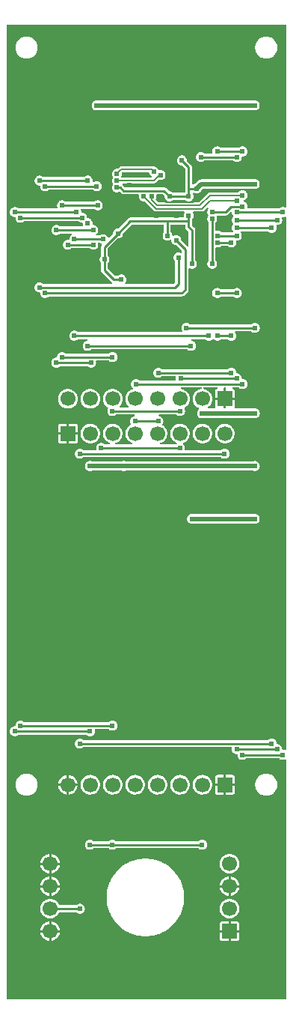
<source format=gbl>
G04 Layer: BottomLayer*
G04 EasyEDA v6.5.34, 2023-10-04 19:43:08*
G04 c11720abcaec4e6590754cbdbbe34226,5a6b42c53f6a479593ecc07194224c93,10*
G04 Gerber Generator version 0.2*
G04 Scale: 100 percent, Rotated: No, Reflected: No *
G04 Dimensions in millimeters *
G04 leading zeros omitted , absolute positions ,4 integer and 5 decimal *
%FSLAX45Y45*%
%MOMM*%

%AMMACRO1*21,1,$1,$2,0,0,$3*%
%ADD10C,0.1270*%
%ADD11C,0.2540*%
%ADD12C,0.5000*%
%ADD13R,1.7000X1.7000*%
%ADD14C,1.7000*%
%ADD15MACRO1,1.7X1.7X0.0000*%
%ADD16MACRO1,1.7X1.7X90.0000*%
%ADD17C,0.6096*%
%ADD18C,0.6200*%
%ADD19C,0.0185*%

%LPD*%
G36*
X1771751Y10077958D02*
G01*
X1767789Y10078770D01*
X1764436Y10081107D01*
X1762252Y10084511D01*
X1761642Y10088524D01*
X1762607Y10092486D01*
X1767484Y10102646D01*
X1769973Y10112095D01*
X1770837Y10121900D01*
X1770380Y10127030D01*
X1770989Y10131399D01*
X1773326Y10135108D01*
X1775663Y10137444D01*
X1778965Y10139680D01*
X1782876Y10140442D01*
X2069541Y10140442D01*
X2073808Y10139476D01*
X2077313Y10136835D01*
X2079345Y10132923D01*
X2080666Y10128046D01*
X2084781Y10119106D01*
X2090420Y10111079D01*
X2097379Y10104120D01*
X2105406Y10098481D01*
X2107946Y10097312D01*
X2111095Y10095026D01*
X2113127Y10091724D01*
X2113788Y10087864D01*
X2112975Y10084054D01*
X2110740Y10080853D01*
X2107488Y10078720D01*
X2103628Y10077958D01*
G37*

%LPD*%
G36*
X2341372Y9798558D02*
G01*
X2337511Y9799320D01*
X2334260Y9801453D01*
X2332024Y9804654D01*
X2331212Y9808464D01*
X2331872Y9812324D01*
X2333904Y9815626D01*
X2337054Y9817912D01*
X2339594Y9819081D01*
X2347620Y9824720D01*
X2349195Y9826294D01*
X2352497Y9828530D01*
X2356358Y9829292D01*
X2482342Y9829292D01*
X2486202Y9828530D01*
X2489504Y9826294D01*
X2491079Y9824720D01*
X2499106Y9819081D01*
X2501646Y9817912D01*
X2504795Y9815626D01*
X2506827Y9812324D01*
X2507488Y9808464D01*
X2506675Y9804654D01*
X2504440Y9801453D01*
X2501188Y9799320D01*
X2497328Y9798558D01*
G37*

%LPD*%
G36*
X2189276Y9798558D02*
G01*
X2185365Y9799320D01*
X2182063Y9801555D01*
X2157628Y9825990D01*
X2155596Y9828885D01*
X2154682Y9832289D01*
X2154986Y9835794D01*
X2157018Y9839706D01*
X2161133Y9848646D01*
X2163673Y9858095D01*
X2164537Y9867900D01*
X2163673Y9877704D01*
X2163064Y9880041D01*
X2162759Y9883749D01*
X2163826Y9887305D01*
X2166061Y9890201D01*
X2169210Y9892182D01*
X2172868Y9892842D01*
X2227681Y9892842D01*
X2231593Y9892080D01*
X2234895Y9889845D01*
X2252268Y9872472D01*
X2254300Y9869576D01*
X2255215Y9866172D01*
X2255926Y9858095D01*
X2258466Y9848646D01*
X2262581Y9839706D01*
X2268220Y9831679D01*
X2275179Y9824720D01*
X2283206Y9819081D01*
X2285746Y9817912D01*
X2288895Y9815626D01*
X2290927Y9812324D01*
X2291588Y9808464D01*
X2290775Y9804654D01*
X2288540Y9801453D01*
X2285288Y9799320D01*
X2281428Y9798558D01*
G37*

%LPD*%
G36*
X2902458Y9462008D02*
G01*
X2898597Y9462770D01*
X2895295Y9465005D01*
X2893720Y9466580D01*
X2885694Y9472218D01*
X2876753Y9476333D01*
X2867304Y9478873D01*
X2857500Y9479737D01*
X2847695Y9478873D01*
X2845409Y9478264D01*
X2841701Y9477959D01*
X2838145Y9479026D01*
X2835198Y9481261D01*
X2833268Y9484461D01*
X2832608Y9488068D01*
X2832608Y9568891D01*
X2833370Y9572802D01*
X2835605Y9576104D01*
X2837180Y9577679D01*
X2842818Y9585706D01*
X2846933Y9594646D01*
X2849473Y9604095D01*
X2850337Y9613900D01*
X2849473Y9623704D01*
X2846933Y9633153D01*
X2845155Y9637014D01*
X2844190Y9640976D01*
X2844850Y9644989D01*
X2847035Y9648393D01*
X2850388Y9650679D01*
X2854350Y9651492D01*
X2945892Y9651492D01*
X2953918Y9652304D01*
X2961132Y9654489D01*
X2967837Y9658045D01*
X2974035Y9663176D01*
X2999841Y9688931D01*
X3003550Y9691319D01*
X3007918Y9691878D01*
X3012135Y9690557D01*
X3015386Y9687560D01*
X3017062Y9683496D01*
X3018383Y9675774D01*
X3021584Y9666681D01*
X3026257Y9658248D01*
X3031286Y9652050D01*
X3032963Y9649053D01*
X3033572Y9645650D01*
X3032963Y9642246D01*
X3031286Y9639249D01*
X3026257Y9633051D01*
X3021584Y9624618D01*
X3018383Y9615525D01*
X3016758Y9606026D01*
X3016758Y9596374D01*
X3018383Y9586874D01*
X3021584Y9577781D01*
X3026257Y9569348D01*
X3031286Y9563150D01*
X3032963Y9560153D01*
X3033572Y9556750D01*
X3032963Y9553346D01*
X3031286Y9550349D01*
X3026257Y9544151D01*
X3021584Y9535718D01*
X3018383Y9526625D01*
X3016758Y9517126D01*
X3016758Y9507474D01*
X3018383Y9497974D01*
X3021584Y9488881D01*
X3026257Y9480448D01*
X3027832Y9478568D01*
X3029610Y9475216D01*
X3030067Y9471456D01*
X3029102Y9467799D01*
X3026816Y9464751D01*
X3023616Y9462719D01*
X3019907Y9462008D01*
G37*

%LPD*%
G36*
X2516632Y9302394D02*
G01*
X2512720Y9303156D01*
X2509469Y9305340D01*
X2446731Y9368078D01*
X2444699Y9370974D01*
X2443784Y9374378D01*
X2443073Y9382404D01*
X2440533Y9391853D01*
X2436418Y9400794D01*
X2430780Y9408820D01*
X2423820Y9415780D01*
X2415794Y9421418D01*
X2406853Y9425533D01*
X2397404Y9428073D01*
X2387600Y9428937D01*
X2377795Y9428073D01*
X2368346Y9425533D01*
X2359406Y9421418D01*
X2357932Y9420352D01*
X2354021Y9418675D01*
X2349804Y9418777D01*
X2345994Y9420555D01*
X2343200Y9423755D01*
X2341981Y9427768D01*
X2341473Y9433204D01*
X2338933Y9442653D01*
X2334818Y9451594D01*
X2329180Y9459620D01*
X2327605Y9461195D01*
X2325370Y9464497D01*
X2324608Y9468358D01*
X2324608Y9539732D01*
X2325370Y9543643D01*
X2327605Y9546894D01*
X2330856Y9549130D01*
X2334768Y9549892D01*
X2478532Y9549892D01*
X2482443Y9549130D01*
X2485694Y9546894D01*
X2487930Y9543643D01*
X2488692Y9539732D01*
X2488692Y9525558D01*
X2489504Y9517481D01*
X2491689Y9510268D01*
X2495245Y9503562D01*
X2500376Y9497364D01*
X2523794Y9473895D01*
X2526030Y9470593D01*
X2526792Y9466681D01*
X2526792Y9312554D01*
X2526030Y9308642D01*
X2523794Y9305340D01*
X2520543Y9303156D01*
G37*

%LPD*%
G36*
X1818132Y8877808D02*
G01*
X1813814Y8878773D01*
X1810359Y8881414D01*
X1808327Y8885326D01*
X1808124Y8889746D01*
X1809800Y8893810D01*
X1814118Y8899906D01*
X1818233Y8908846D01*
X1820773Y8918295D01*
X1821637Y8928100D01*
X1820773Y8937904D01*
X1818233Y8947353D01*
X1814118Y8956294D01*
X1808480Y8964320D01*
X1801520Y8971280D01*
X1793493Y8976918D01*
X1784553Y8981033D01*
X1775104Y8983573D01*
X1765300Y8984437D01*
X1755495Y8983573D01*
X1746046Y8981033D01*
X1737106Y8976918D01*
X1729079Y8971280D01*
X1727504Y8969705D01*
X1724202Y8967470D01*
X1720291Y8966708D01*
X1696618Y8966708D01*
X1692706Y8967470D01*
X1689404Y8969705D01*
X1616405Y9042704D01*
X1614170Y9046006D01*
X1613408Y9049918D01*
X1613408Y9111691D01*
X1614170Y9115602D01*
X1616405Y9118904D01*
X1617980Y9120479D01*
X1623618Y9128506D01*
X1627733Y9137446D01*
X1630273Y9146895D01*
X1631137Y9156700D01*
X1630273Y9166504D01*
X1627733Y9175953D01*
X1623618Y9184894D01*
X1617980Y9192920D01*
X1616405Y9194495D01*
X1614170Y9197797D01*
X1613408Y9201658D01*
X1613408Y9276181D01*
X1614170Y9280093D01*
X1616405Y9283395D01*
X1722678Y9389668D01*
X1725574Y9391700D01*
X1728978Y9392615D01*
X1737004Y9393326D01*
X1746453Y9395866D01*
X1755393Y9399981D01*
X1763420Y9405620D01*
X1770380Y9412579D01*
X1776018Y9420606D01*
X1780133Y9429546D01*
X1782673Y9438995D01*
X1783384Y9447022D01*
X1784299Y9450425D01*
X1786331Y9453321D01*
X1879904Y9546894D01*
X1883206Y9549130D01*
X1887118Y9549892D01*
X2237232Y9549892D01*
X2241143Y9549130D01*
X2244394Y9546894D01*
X2246630Y9543643D01*
X2247392Y9539732D01*
X2247392Y9468408D01*
X2246630Y9464497D01*
X2244394Y9461195D01*
X2242820Y9459620D01*
X2237181Y9451594D01*
X2233066Y9442653D01*
X2230526Y9433204D01*
X2229662Y9423400D01*
X2230526Y9413595D01*
X2233066Y9404146D01*
X2237181Y9395206D01*
X2242820Y9387179D01*
X2249779Y9380220D01*
X2257806Y9374581D01*
X2266746Y9370466D01*
X2276195Y9367926D01*
X2286000Y9367062D01*
X2295804Y9367926D01*
X2305253Y9370466D01*
X2314194Y9374581D01*
X2315667Y9375648D01*
X2319578Y9377324D01*
X2323795Y9377222D01*
X2327605Y9375444D01*
X2330399Y9372244D01*
X2331618Y9368231D01*
X2332126Y9362795D01*
X2334666Y9353346D01*
X2338781Y9344406D01*
X2344420Y9336379D01*
X2351379Y9329420D01*
X2359406Y9323781D01*
X2368346Y9319666D01*
X2377795Y9317126D01*
X2385822Y9316415D01*
X2389225Y9315500D01*
X2392121Y9313468D01*
X2447594Y9257995D01*
X2449830Y9254693D01*
X2450592Y9250781D01*
X2450592Y9236760D01*
X2449779Y9232747D01*
X2447493Y9229445D01*
X2444089Y9227261D01*
X2440076Y9226600D01*
X2436114Y9227515D01*
X2432253Y9229344D01*
X2422804Y9231884D01*
X2413000Y9232747D01*
X2403195Y9231884D01*
X2393746Y9229344D01*
X2384806Y9225178D01*
X2376779Y9219539D01*
X2369820Y9212580D01*
X2364181Y9204553D01*
X2360066Y9195663D01*
X2357526Y9186164D01*
X2356662Y9176359D01*
X2357526Y9166606D01*
X2360066Y9157106D01*
X2364181Y9148216D01*
X2369820Y9140139D01*
X2371394Y9138564D01*
X2373630Y9135262D01*
X2374392Y9131401D01*
X2374392Y8897518D01*
X2373630Y8893606D01*
X2371394Y8890304D01*
X2361895Y8880805D01*
X2358593Y8878570D01*
X2354681Y8877808D01*
G37*

%LPD*%
G36*
X480568Y787908D02*
G01*
X476656Y788670D01*
X473405Y790905D01*
X471170Y794156D01*
X470408Y798068D01*
X470408Y11800332D01*
X471170Y11804243D01*
X473405Y11807494D01*
X476656Y11809730D01*
X480568Y11810492D01*
X3621532Y11810492D01*
X3625443Y11809730D01*
X3628694Y11807494D01*
X3630929Y11804243D01*
X3631692Y11800332D01*
X3631692Y9751110D01*
X3630879Y9747097D01*
X3628491Y9743694D01*
X3624986Y9741560D01*
X3620922Y9740950D01*
X3616960Y9742017D01*
X3615283Y9742881D01*
X3606088Y9745675D01*
X3596538Y9746945D01*
X3586886Y9746488D01*
X3577437Y9744456D01*
X3568496Y9740900D01*
X3560267Y9735820D01*
X3555085Y9731248D01*
X3551936Y9729368D01*
X3548379Y9728708D01*
X3202127Y9728708D01*
X3198469Y9729368D01*
X3195320Y9731298D01*
X3193084Y9734194D01*
X3192018Y9737750D01*
X3192272Y9741408D01*
X3192932Y9743998D01*
X3193796Y9753600D01*
X3192932Y9763201D01*
X3190544Y9772548D01*
X3186531Y9781336D01*
X3181146Y9789312D01*
X3174492Y9796272D01*
X3166719Y9802012D01*
X3158083Y9806381D01*
X3154019Y9807651D01*
X3150209Y9809734D01*
X3147669Y9813290D01*
X3146806Y9817506D01*
X3147822Y9821722D01*
X3150463Y9825177D01*
X3154324Y9827158D01*
X3156153Y9827666D01*
X3165094Y9831781D01*
X3173120Y9837420D01*
X3180080Y9844379D01*
X3185718Y9852406D01*
X3189833Y9861346D01*
X3192373Y9870795D01*
X3193237Y9880600D01*
X3192373Y9890404D01*
X3189833Y9899853D01*
X3185718Y9908794D01*
X3180080Y9916820D01*
X3173120Y9923780D01*
X3165094Y9929418D01*
X3156153Y9933533D01*
X3146704Y9936073D01*
X3143046Y9936429D01*
X3138830Y9937750D01*
X3136900Y9939528D01*
X3134969Y9937750D01*
X3130753Y9936429D01*
X3127095Y9936073D01*
X3117646Y9933533D01*
X3108706Y9929418D01*
X3100679Y9923780D01*
X3092907Y9915855D01*
X3089605Y9913620D01*
X3085693Y9912858D01*
X2769108Y9912858D01*
X2761894Y9912096D01*
X2755493Y9910013D01*
X2749550Y9906609D01*
X2745486Y9903104D01*
X2643936Y9801555D01*
X2640634Y9799320D01*
X2636723Y9798558D01*
X2557272Y9798558D01*
X2553411Y9799320D01*
X2550160Y9801453D01*
X2547924Y9804654D01*
X2547112Y9808464D01*
X2547772Y9812324D01*
X2549804Y9815626D01*
X2552954Y9817912D01*
X2555494Y9819081D01*
X2563520Y9824720D01*
X2570480Y9831679D01*
X2576118Y9839706D01*
X2580233Y9848646D01*
X2582773Y9858095D01*
X2583637Y9867900D01*
X2582773Y9877704D01*
X2580233Y9887153D01*
X2577490Y9893096D01*
X2576525Y9897110D01*
X2577236Y9901174D01*
X2579522Y9904577D01*
X2582926Y9906863D01*
X2586990Y9907574D01*
X2590952Y9906609D01*
X2596946Y9903866D01*
X2606395Y9901326D01*
X2616200Y9900462D01*
X2626004Y9901326D01*
X2635453Y9903866D01*
X2644394Y9907981D01*
X2652420Y9913620D01*
X2659380Y9920579D01*
X2665018Y9928606D01*
X2668574Y9936327D01*
X2670606Y9939223D01*
X2685135Y9953701D01*
X2688386Y9955936D01*
X2692298Y9956698D01*
X3129889Y9956698D01*
X3134156Y9955733D01*
X3136900Y9953650D01*
X3139592Y9955733D01*
X3143910Y9956698D01*
X3250692Y9956698D01*
X3254959Y9955733D01*
X3257346Y9954666D01*
X3266795Y9952126D01*
X3276600Y9951262D01*
X3286404Y9952126D01*
X3295853Y9954666D01*
X3304794Y9958781D01*
X3312820Y9964420D01*
X3319779Y9971379D01*
X3325418Y9979406D01*
X3329533Y9988346D01*
X3332073Y9997795D01*
X3332937Y10007600D01*
X3332073Y10017404D01*
X3329533Y10026853D01*
X3325418Y10035794D01*
X3319779Y10043820D01*
X3312820Y10050780D01*
X3304794Y10056418D01*
X3295853Y10060533D01*
X3286404Y10063073D01*
X3276600Y10063937D01*
X3266795Y10063073D01*
X3257346Y10060533D01*
X3255010Y10059466D01*
X3250692Y10058501D01*
X2667203Y10058501D01*
X2662580Y10058298D01*
X2658160Y10057739D01*
X2653842Y10056774D01*
X2649575Y10055453D01*
X2645511Y10053726D01*
X2641549Y10051694D01*
X2637790Y10049306D01*
X2634284Y10046614D01*
X2630830Y10043464D01*
X2598623Y10011206D01*
X2595727Y10009174D01*
X2588006Y10005618D01*
X2581910Y10001300D01*
X2577846Y9999624D01*
X2573426Y9999827D01*
X2569514Y10001859D01*
X2566873Y10005314D01*
X2565908Y10009632D01*
X2565908Y10197592D01*
X2565095Y10205618D01*
X2562910Y10212832D01*
X2559354Y10219537D01*
X2554224Y10225735D01*
X2510231Y10269778D01*
X2508199Y10272674D01*
X2507284Y10276078D01*
X2506573Y10284104D01*
X2504033Y10293553D01*
X2499918Y10302494D01*
X2494280Y10310520D01*
X2487320Y10317480D01*
X2479294Y10323118D01*
X2470353Y10327233D01*
X2460904Y10329773D01*
X2451100Y10330637D01*
X2441295Y10329773D01*
X2431846Y10327233D01*
X2422906Y10323118D01*
X2414879Y10317480D01*
X2407920Y10310520D01*
X2402281Y10302494D01*
X2398166Y10293553D01*
X2395626Y10284104D01*
X2394762Y10274300D01*
X2395626Y10264495D01*
X2398166Y10255046D01*
X2402281Y10246106D01*
X2407920Y10238079D01*
X2414879Y10231120D01*
X2422906Y10225481D01*
X2431846Y10221366D01*
X2441295Y10218826D01*
X2449322Y10218115D01*
X2452725Y10217200D01*
X2455621Y10215168D01*
X2485694Y10185095D01*
X2487930Y10181793D01*
X2488692Y10177881D01*
X2488692Y9916668D01*
X2487930Y9912756D01*
X2485694Y9909454D01*
X2482443Y9907270D01*
X2478532Y9906508D01*
X2356408Y9906508D01*
X2352497Y9907270D01*
X2349195Y9909454D01*
X2347620Y9911080D01*
X2339594Y9916718D01*
X2330653Y9920833D01*
X2321204Y9923373D01*
X2313228Y9924084D01*
X2309825Y9924999D01*
X2306929Y9927031D01*
X2275535Y9958374D01*
X2269337Y9963505D01*
X2262632Y9967061D01*
X2255418Y9969246D01*
X2247392Y9970058D01*
X1810918Y9970058D01*
X1807006Y9970820D01*
X1803704Y9973005D01*
X1780641Y9996119D01*
X1778457Y9999370D01*
X1777644Y10003282D01*
X1778457Y10007193D01*
X1780641Y10010444D01*
X1783943Y10012680D01*
X1787804Y10013442D01*
X2133092Y10013442D01*
X2140305Y10014204D01*
X2146706Y10016286D01*
X2152650Y10019690D01*
X2156714Y10023195D01*
X2185771Y10052253D01*
X2188667Y10054285D01*
X2192070Y10055199D01*
X2195576Y10054894D01*
X2199995Y10053726D01*
X2209800Y10052862D01*
X2219604Y10053726D01*
X2229053Y10056266D01*
X2237994Y10060381D01*
X2246020Y10066020D01*
X2252980Y10072979D01*
X2258618Y10081006D01*
X2262733Y10089946D01*
X2265273Y10099395D01*
X2266137Y10109200D01*
X2265273Y10119004D01*
X2262733Y10128453D01*
X2258618Y10137394D01*
X2252980Y10145420D01*
X2246020Y10152380D01*
X2237994Y10158018D01*
X2229053Y10162133D01*
X2219604Y10164673D01*
X2209800Y10165537D01*
X2199995Y10164673D01*
X2197049Y10163911D01*
X2193544Y10163606D01*
X2190140Y10164521D01*
X2187244Y10166553D01*
X2185212Y10169398D01*
X2182418Y10175494D01*
X2176780Y10183520D01*
X2169820Y10190480D01*
X2161794Y10196118D01*
X2152853Y10200233D01*
X2143404Y10202773D01*
X2133600Y10203637D01*
X2122932Y10202722D01*
X2119630Y10202976D01*
X2113229Y10204551D01*
X2107793Y10204958D01*
X1765807Y10204958D01*
X1758594Y10204196D01*
X1752193Y10202113D01*
X1746250Y10198709D01*
X1742186Y10195204D01*
X1727707Y10180726D01*
X1723999Y10178389D01*
X1719630Y10177780D01*
X1714500Y10178237D01*
X1704695Y10177373D01*
X1695246Y10174833D01*
X1686306Y10170718D01*
X1678279Y10165080D01*
X1671320Y10158120D01*
X1665681Y10150094D01*
X1661566Y10141153D01*
X1659026Y10131704D01*
X1658162Y10121900D01*
X1659026Y10112095D01*
X1661566Y10102646D01*
X1665681Y10093706D01*
X1668576Y10089642D01*
X1670202Y10085832D01*
X1670202Y10081768D01*
X1668576Y10077958D01*
X1665681Y10073894D01*
X1661566Y10064953D01*
X1659026Y10055504D01*
X1658162Y10045700D01*
X1659026Y10035895D01*
X1661566Y10026446D01*
X1665681Y10017506D01*
X1668576Y10013442D01*
X1670202Y10009632D01*
X1670202Y10005568D01*
X1668576Y10001758D01*
X1665681Y9997694D01*
X1661566Y9988753D01*
X1659026Y9979304D01*
X1658162Y9969500D01*
X1659026Y9959695D01*
X1661566Y9950246D01*
X1665681Y9941306D01*
X1671320Y9933279D01*
X1678279Y9926320D01*
X1686306Y9920681D01*
X1695246Y9916566D01*
X1704695Y9914026D01*
X1714500Y9913162D01*
X1724304Y9914026D01*
X1733753Y9916566D01*
X1739087Y9919004D01*
X1743049Y9919970D01*
X1747113Y9919258D01*
X1750568Y9916972D01*
X1763064Y9904476D01*
X1769262Y9899396D01*
X1775968Y9895840D01*
X1783181Y9893604D01*
X1791207Y9892842D01*
X1954631Y9892842D01*
X1958289Y9892182D01*
X1961438Y9890201D01*
X1963674Y9887305D01*
X1964740Y9883749D01*
X1964436Y9880041D01*
X1963826Y9877704D01*
X1962962Y9867900D01*
X1963826Y9858095D01*
X1966366Y9848646D01*
X1970481Y9839706D01*
X1976120Y9831679D01*
X1983079Y9824720D01*
X1991106Y9819081D01*
X2000046Y9814966D01*
X2009495Y9812426D01*
X2019300Y9811562D01*
X2024430Y9812020D01*
X2028799Y9811410D01*
X2032507Y9809073D01*
X2135835Y9705746D01*
X2141474Y9701174D01*
X2147468Y9698126D01*
X2154072Y9696348D01*
X2159406Y9695942D01*
X2469997Y9695942D01*
X2474010Y9695129D01*
X2477363Y9692792D01*
X2479548Y9689388D01*
X2480157Y9685375D01*
X2479192Y9681413D01*
X2474315Y9671202D01*
X2471826Y9661804D01*
X2470962Y9652000D01*
X2471826Y9642195D01*
X2472436Y9639909D01*
X2472690Y9636201D01*
X2471674Y9632645D01*
X2469388Y9629698D01*
X2466238Y9627768D01*
X2462631Y9627108D01*
X1867407Y9627108D01*
X1859381Y9626295D01*
X1852168Y9624110D01*
X1845462Y9620554D01*
X1839264Y9615424D01*
X1731721Y9507931D01*
X1728825Y9505899D01*
X1725422Y9504984D01*
X1717395Y9504273D01*
X1707946Y9501733D01*
X1699006Y9497618D01*
X1690979Y9491980D01*
X1684020Y9485020D01*
X1678381Y9476994D01*
X1674266Y9468053D01*
X1671726Y9458604D01*
X1671015Y9450578D01*
X1670100Y9447174D01*
X1668068Y9444278D01*
X1628851Y9405061D01*
X1625650Y9402876D01*
X1621840Y9402114D01*
X1618030Y9402775D01*
X1614779Y9404807D01*
X1612493Y9407956D01*
X1609902Y9413494D01*
X1604264Y9421520D01*
X1597304Y9428480D01*
X1589278Y9434118D01*
X1580388Y9438233D01*
X1570888Y9440773D01*
X1561084Y9441637D01*
X1551330Y9440773D01*
X1541830Y9438233D01*
X1532940Y9434118D01*
X1524863Y9428480D01*
X1523288Y9426905D01*
X1519986Y9424670D01*
X1516126Y9423908D01*
X1487932Y9423908D01*
X1483766Y9424822D01*
X1480362Y9427311D01*
X1478229Y9431020D01*
X1477822Y9435236D01*
X1479194Y9439300D01*
X1482090Y9442399D01*
X1484020Y9443720D01*
X1490980Y9450679D01*
X1496618Y9458706D01*
X1500733Y9467646D01*
X1503273Y9477095D01*
X1504137Y9486900D01*
X1503273Y9496704D01*
X1500733Y9506153D01*
X1496618Y9515094D01*
X1490980Y9523120D01*
X1484020Y9530080D01*
X1475994Y9535718D01*
X1467053Y9539833D01*
X1457604Y9542373D01*
X1449120Y9543135D01*
X1445310Y9544253D01*
X1442212Y9546742D01*
X1440281Y9550196D01*
X1439875Y9554159D01*
X1440637Y9563100D01*
X1439773Y9572904D01*
X1437233Y9582353D01*
X1433118Y9591294D01*
X1427480Y9599320D01*
X1420520Y9606280D01*
X1412494Y9611918D01*
X1403553Y9616033D01*
X1394104Y9618573D01*
X1386230Y9619284D01*
X1382826Y9620199D01*
X1379931Y9622231D01*
X1377899Y9625126D01*
X1376984Y9628530D01*
X1376273Y9636404D01*
X1373733Y9645853D01*
X1369618Y9654794D01*
X1363980Y9662820D01*
X1357020Y9669780D01*
X1348994Y9675418D01*
X1340053Y9679533D01*
X1330604Y9682073D01*
X1322730Y9682784D01*
X1319326Y9683699D01*
X1316431Y9685731D01*
X1314399Y9688626D01*
X1313484Y9692030D01*
X1312773Y9699904D01*
X1310233Y9709353D01*
X1308455Y9713214D01*
X1307490Y9717176D01*
X1308150Y9721189D01*
X1310335Y9724593D01*
X1313688Y9726879D01*
X1317650Y9727692D01*
X1453591Y9727692D01*
X1457502Y9726930D01*
X1460804Y9724694D01*
X1462379Y9723120D01*
X1470406Y9717481D01*
X1479346Y9713366D01*
X1488795Y9710826D01*
X1498600Y9709962D01*
X1508404Y9710826D01*
X1517853Y9713366D01*
X1526794Y9717481D01*
X1534820Y9723120D01*
X1541780Y9730079D01*
X1547418Y9738106D01*
X1551533Y9747046D01*
X1554073Y9756495D01*
X1554937Y9766300D01*
X1554073Y9776104D01*
X1551533Y9785553D01*
X1547418Y9794494D01*
X1541780Y9802520D01*
X1534820Y9809480D01*
X1526794Y9815118D01*
X1517853Y9819233D01*
X1508404Y9821773D01*
X1498600Y9822637D01*
X1488795Y9821773D01*
X1479346Y9819233D01*
X1470406Y9815118D01*
X1462379Y9809480D01*
X1460804Y9807905D01*
X1457502Y9805670D01*
X1453591Y9804908D01*
X1137158Y9804908D01*
X1133297Y9805670D01*
X1129995Y9807905D01*
X1128420Y9809480D01*
X1120394Y9815118D01*
X1111453Y9819233D01*
X1102004Y9821773D01*
X1092200Y9822637D01*
X1082395Y9821773D01*
X1072946Y9819233D01*
X1064006Y9815118D01*
X1055979Y9809480D01*
X1049020Y9802520D01*
X1043381Y9794494D01*
X1039266Y9785553D01*
X1036726Y9776104D01*
X1035862Y9766300D01*
X1036726Y9756495D01*
X1039266Y9747046D01*
X1041044Y9743186D01*
X1042009Y9739223D01*
X1041349Y9735210D01*
X1039164Y9731806D01*
X1035812Y9729520D01*
X1031849Y9728708D01*
X604621Y9728708D01*
X600659Y9729520D01*
X588619Y9738512D01*
X579983Y9742881D01*
X570788Y9745675D01*
X561238Y9746945D01*
X551586Y9746488D01*
X542137Y9744456D01*
X533196Y9740900D01*
X524967Y9735820D01*
X517753Y9729470D01*
X511657Y9721951D01*
X506984Y9713518D01*
X503783Y9704425D01*
X502158Y9694926D01*
X502158Y9685274D01*
X503783Y9675774D01*
X506984Y9666681D01*
X511657Y9658248D01*
X517753Y9650730D01*
X524967Y9644380D01*
X533196Y9639300D01*
X542137Y9635744D01*
X551586Y9633712D01*
X555904Y9633508D01*
X559663Y9632594D01*
X562813Y9630359D01*
X564896Y9627158D01*
X567283Y9612274D01*
X570484Y9603181D01*
X575157Y9594748D01*
X581253Y9587230D01*
X588467Y9580880D01*
X596696Y9575800D01*
X605637Y9572244D01*
X615086Y9570212D01*
X624738Y9569754D01*
X634288Y9571024D01*
X643483Y9573818D01*
X652119Y9578187D01*
X664159Y9587179D01*
X668121Y9587992D01*
X1275791Y9587992D01*
X1279702Y9587230D01*
X1283004Y9584994D01*
X1284579Y9583420D01*
X1292606Y9577781D01*
X1301546Y9573666D01*
X1310995Y9571126D01*
X1318869Y9570415D01*
X1322273Y9569500D01*
X1325168Y9567468D01*
X1327200Y9564573D01*
X1328115Y9561169D01*
X1328826Y9553295D01*
X1331366Y9543846D01*
X1333144Y9539986D01*
X1334109Y9536023D01*
X1333449Y9532010D01*
X1331264Y9528606D01*
X1327912Y9526320D01*
X1323949Y9525508D01*
X1073658Y9525508D01*
X1069797Y9526270D01*
X1066495Y9528505D01*
X1064920Y9530080D01*
X1056894Y9535718D01*
X1047953Y9539833D01*
X1038504Y9542373D01*
X1028700Y9543237D01*
X1018895Y9542373D01*
X1009446Y9539833D01*
X1000506Y9535718D01*
X992479Y9530080D01*
X985519Y9523120D01*
X979881Y9515094D01*
X975766Y9506153D01*
X973226Y9496704D01*
X972362Y9486900D01*
X973226Y9477095D01*
X975766Y9467646D01*
X979881Y9458706D01*
X985519Y9450679D01*
X992479Y9443720D01*
X1000506Y9438081D01*
X1009446Y9433966D01*
X1018895Y9431426D01*
X1028700Y9430562D01*
X1038504Y9431426D01*
X1047953Y9433966D01*
X1056894Y9438081D01*
X1064920Y9443720D01*
X1066495Y9445294D01*
X1069797Y9447530D01*
X1073708Y9448292D01*
X1191768Y9448292D01*
X1195933Y9447377D01*
X1199337Y9444888D01*
X1201470Y9441180D01*
X1201877Y9436963D01*
X1200505Y9432899D01*
X1197610Y9429800D01*
X1195679Y9428480D01*
X1188720Y9421520D01*
X1183081Y9413494D01*
X1178966Y9404553D01*
X1176426Y9395104D01*
X1175766Y9387586D01*
X1174597Y9383725D01*
X1172006Y9380575D01*
X1168400Y9378696D01*
X1164336Y9378391D01*
X1162710Y9378645D01*
X1153058Y9378188D01*
X1143660Y9376156D01*
X1134668Y9372600D01*
X1126490Y9367520D01*
X1119225Y9361170D01*
X1113180Y9353651D01*
X1108456Y9345218D01*
X1105255Y9336125D01*
X1103630Y9326626D01*
X1103630Y9316974D01*
X1105255Y9307474D01*
X1108456Y9298381D01*
X1113180Y9289948D01*
X1119225Y9282430D01*
X1126490Y9276080D01*
X1134668Y9271000D01*
X1143660Y9267444D01*
X1153058Y9265412D01*
X1162710Y9264954D01*
X1172260Y9266224D01*
X1181506Y9269018D01*
X1190091Y9273387D01*
X1202131Y9282379D01*
X1206144Y9283192D01*
X1402791Y9283192D01*
X1406702Y9282430D01*
X1410004Y9280194D01*
X1411579Y9278620D01*
X1419606Y9272981D01*
X1428546Y9268866D01*
X1437995Y9266326D01*
X1447800Y9265462D01*
X1457604Y9266326D01*
X1467053Y9268866D01*
X1475994Y9272981D01*
X1484020Y9278620D01*
X1490980Y9285579D01*
X1496618Y9293606D01*
X1500733Y9302546D01*
X1503273Y9311995D01*
X1504137Y9321800D01*
X1503273Y9331604D01*
X1502664Y9333890D01*
X1502359Y9337598D01*
X1503426Y9341154D01*
X1505661Y9344101D01*
X1508861Y9346031D01*
X1512468Y9346692D01*
X1516126Y9346692D01*
X1519986Y9345930D01*
X1523288Y9343694D01*
X1524863Y9342120D01*
X1532940Y9336481D01*
X1539240Y9333534D01*
X1542237Y9331401D01*
X1544269Y9328353D01*
X1545082Y9324746D01*
X1544574Y9321139D01*
X1539189Y9311132D01*
X1537004Y9303918D01*
X1536192Y9295892D01*
X1536192Y9201708D01*
X1535430Y9197797D01*
X1533194Y9194495D01*
X1531620Y9192920D01*
X1525981Y9184894D01*
X1521866Y9175953D01*
X1519326Y9166504D01*
X1518462Y9156700D01*
X1519326Y9146895D01*
X1521866Y9137446D01*
X1525981Y9128506D01*
X1531620Y9120479D01*
X1533194Y9118904D01*
X1535430Y9115602D01*
X1536192Y9111691D01*
X1536192Y9030208D01*
X1537004Y9022181D01*
X1539189Y9014968D01*
X1542745Y9008262D01*
X1547876Y9002064D01*
X1648764Y8901176D01*
X1655267Y8895842D01*
X1657857Y8892590D01*
X1658924Y8888628D01*
X1658366Y8884564D01*
X1656232Y8881008D01*
X1652828Y8878620D01*
X1648815Y8877808D01*
X883158Y8877808D01*
X879297Y8878570D01*
X875995Y8880805D01*
X874420Y8882380D01*
X866394Y8888018D01*
X857453Y8892133D01*
X848004Y8894673D01*
X838200Y8895537D01*
X828395Y8894673D01*
X818946Y8892133D01*
X810006Y8888018D01*
X801979Y8882380D01*
X795020Y8875420D01*
X789381Y8867394D01*
X785266Y8858453D01*
X782726Y8849004D01*
X781862Y8839200D01*
X782726Y8829395D01*
X785266Y8819946D01*
X789381Y8811006D01*
X795020Y8802979D01*
X801979Y8796020D01*
X810006Y8790381D01*
X818946Y8786266D01*
X828395Y8783726D01*
X836269Y8783015D01*
X839673Y8782100D01*
X842568Y8780068D01*
X844600Y8777173D01*
X845515Y8773769D01*
X846226Y8765895D01*
X848766Y8756446D01*
X852881Y8747506D01*
X858519Y8739479D01*
X865479Y8732520D01*
X873506Y8726881D01*
X882446Y8722766D01*
X891895Y8720226D01*
X901700Y8719362D01*
X911504Y8720226D01*
X920953Y8722766D01*
X929894Y8726881D01*
X937920Y8732520D01*
X939495Y8734094D01*
X942797Y8736330D01*
X946708Y8737092D01*
X2450592Y8737092D01*
X2458618Y8737904D01*
X2465832Y8740089D01*
X2472537Y8743645D01*
X2478735Y8748776D01*
X2516124Y8786164D01*
X2521254Y8792362D01*
X2524810Y8799068D01*
X2526995Y8806281D01*
X2527808Y8814308D01*
X2527808Y9045549D01*
X2528620Y9049512D01*
X2530906Y9052864D01*
X2534310Y9055049D01*
X2538323Y9055709D01*
X2542286Y9054744D01*
X2546146Y9052966D01*
X2555595Y9050426D01*
X2565400Y9049562D01*
X2575204Y9050426D01*
X2584653Y9052966D01*
X2593594Y9057081D01*
X2601620Y9062720D01*
X2608580Y9069679D01*
X2614218Y9077706D01*
X2618333Y9086646D01*
X2620873Y9096095D01*
X2621737Y9105900D01*
X2620873Y9115704D01*
X2618333Y9125153D01*
X2614218Y9134094D01*
X2608580Y9142120D01*
X2607005Y9143695D01*
X2604770Y9146997D01*
X2604008Y9150858D01*
X2604008Y9486392D01*
X2603195Y9494418D01*
X2601010Y9501632D01*
X2597454Y9508337D01*
X2592324Y9514535D01*
X2568905Y9538004D01*
X2566670Y9541306D01*
X2565908Y9545218D01*
X2565908Y9606991D01*
X2566670Y9610902D01*
X2568905Y9614204D01*
X2570480Y9615779D01*
X2576118Y9623806D01*
X2580233Y9632746D01*
X2582773Y9642195D01*
X2583637Y9652000D01*
X2582773Y9661804D01*
X2580284Y9671202D01*
X2575407Y9681413D01*
X2574442Y9685375D01*
X2575052Y9689388D01*
X2577236Y9692792D01*
X2580589Y9695129D01*
X2584551Y9695942D01*
X2679192Y9695942D01*
X2686405Y9696704D01*
X2692806Y9698786D01*
X2698750Y9702190D01*
X2702814Y9705695D01*
X2732684Y9735566D01*
X2736291Y9737902D01*
X2740507Y9738512D01*
X2744622Y9737394D01*
X2747924Y9734651D01*
X2749753Y9730790D01*
X2749854Y9726523D01*
X2748229Y9722561D01*
X2745181Y9718294D01*
X2741066Y9709353D01*
X2738526Y9699904D01*
X2737662Y9690100D01*
X2738526Y9680295D01*
X2741066Y9670846D01*
X2745181Y9661906D01*
X2748076Y9657842D01*
X2749702Y9654032D01*
X2749702Y9649968D01*
X2748076Y9646158D01*
X2745181Y9642094D01*
X2741066Y9633153D01*
X2738526Y9623704D01*
X2737662Y9613900D01*
X2738526Y9604095D01*
X2741066Y9594646D01*
X2745181Y9585706D01*
X2750820Y9577679D01*
X2752394Y9576104D01*
X2754630Y9572802D01*
X2755392Y9568891D01*
X2755392Y9150908D01*
X2754630Y9146997D01*
X2752394Y9143695D01*
X2750820Y9142120D01*
X2745181Y9134094D01*
X2741066Y9125153D01*
X2738526Y9115704D01*
X2737662Y9105900D01*
X2738526Y9096095D01*
X2741066Y9086646D01*
X2745181Y9077706D01*
X2750820Y9069679D01*
X2757779Y9062720D01*
X2765806Y9057081D01*
X2774746Y9052966D01*
X2784195Y9050426D01*
X2794000Y9049562D01*
X2803804Y9050426D01*
X2813253Y9052966D01*
X2822194Y9057081D01*
X2830220Y9062720D01*
X2837180Y9069679D01*
X2842818Y9077706D01*
X2846933Y9086646D01*
X2849473Y9096095D01*
X2850337Y9105900D01*
X2849473Y9115704D01*
X2846933Y9125153D01*
X2842818Y9134094D01*
X2837180Y9142120D01*
X2835605Y9143695D01*
X2833370Y9146997D01*
X2832608Y9150858D01*
X2832608Y9282531D01*
X2833268Y9286138D01*
X2835198Y9289288D01*
X2838145Y9291574D01*
X2841701Y9292590D01*
X2845409Y9292336D01*
X2847695Y9291726D01*
X2857500Y9290862D01*
X2867304Y9291726D01*
X2876753Y9294266D01*
X2885694Y9298381D01*
X2893720Y9304020D01*
X2895295Y9305594D01*
X2898597Y9307830D01*
X2902508Y9308592D01*
X2964891Y9308592D01*
X2968802Y9307830D01*
X2972104Y9305594D01*
X2973679Y9304020D01*
X2981706Y9298381D01*
X2990646Y9294266D01*
X3000095Y9291726D01*
X3009900Y9290862D01*
X3019704Y9291726D01*
X3029153Y9294266D01*
X3038094Y9298381D01*
X3046120Y9304020D01*
X3053080Y9310979D01*
X3058718Y9319006D01*
X3062833Y9327946D01*
X3065373Y9337395D01*
X3066237Y9347200D01*
X3065475Y9356140D01*
X3065881Y9360103D01*
X3067812Y9363557D01*
X3070910Y9366046D01*
X3074720Y9367164D01*
X3083204Y9367926D01*
X3092653Y9370466D01*
X3101594Y9374581D01*
X3109620Y9380220D01*
X3116580Y9387179D01*
X3122218Y9395206D01*
X3126333Y9404146D01*
X3128873Y9413595D01*
X3129737Y9423400D01*
X3128873Y9433204D01*
X3126333Y9442653D01*
X3122218Y9451594D01*
X3117900Y9457690D01*
X3116224Y9461754D01*
X3116427Y9466173D01*
X3118459Y9470085D01*
X3121914Y9472726D01*
X3126232Y9473692D01*
X3421379Y9473692D01*
X3424936Y9473031D01*
X3428085Y9471152D01*
X3433267Y9466580D01*
X3441496Y9461500D01*
X3450437Y9457944D01*
X3459886Y9455912D01*
X3469538Y9455454D01*
X3479088Y9456724D01*
X3488283Y9459518D01*
X3496919Y9463887D01*
X3504692Y9469628D01*
X3511346Y9476587D01*
X3516731Y9484563D01*
X3520744Y9493351D01*
X3523132Y9502698D01*
X3523996Y9512300D01*
X3523132Y9521901D01*
X3520592Y9531756D01*
X3520338Y9535515D01*
X3521456Y9539122D01*
X3523843Y9542068D01*
X3527094Y9543948D01*
X3530854Y9544456D01*
X3533038Y9544354D01*
X3542588Y9545624D01*
X3551783Y9548418D01*
X3560419Y9552787D01*
X3568192Y9558528D01*
X3574846Y9565487D01*
X3580231Y9573463D01*
X3584244Y9582251D01*
X3586632Y9591598D01*
X3587496Y9601200D01*
X3586632Y9610801D01*
X3584092Y9620656D01*
X3583838Y9624415D01*
X3584956Y9628022D01*
X3587343Y9630968D01*
X3590594Y9632848D01*
X3594354Y9633356D01*
X3596538Y9633254D01*
X3606088Y9634524D01*
X3615283Y9637318D01*
X3616960Y9638182D01*
X3620922Y9639249D01*
X3624986Y9638639D01*
X3628491Y9636506D01*
X3630879Y9633102D01*
X3631692Y9629089D01*
X3631692Y3617010D01*
X3630879Y3612997D01*
X3628491Y3609594D01*
X3624986Y3607460D01*
X3620922Y3606850D01*
X3616960Y3607917D01*
X3615283Y3608781D01*
X3606088Y3611575D01*
X3596081Y3612896D01*
X3592779Y3613861D01*
X3590036Y3615944D01*
X3588105Y3618788D01*
X3587242Y3622090D01*
X3586632Y3629101D01*
X3584244Y3638448D01*
X3580231Y3647236D01*
X3574846Y3655212D01*
X3568192Y3662172D01*
X3560419Y3667912D01*
X3551783Y3672281D01*
X3542588Y3675075D01*
X3532581Y3676396D01*
X3529279Y3677361D01*
X3526536Y3679444D01*
X3524605Y3682288D01*
X3523742Y3685590D01*
X3523132Y3692601D01*
X3520744Y3701948D01*
X3516731Y3710736D01*
X3511346Y3718712D01*
X3504692Y3725672D01*
X3496919Y3731412D01*
X3488283Y3735781D01*
X3479088Y3738575D01*
X3469538Y3739845D01*
X3459886Y3739387D01*
X3450437Y3737356D01*
X3441496Y3733800D01*
X3433267Y3728720D01*
X3428085Y3724148D01*
X3424936Y3722268D01*
X3421379Y3721608D01*
X1341221Y3721608D01*
X1337259Y3722420D01*
X1325219Y3731412D01*
X1316583Y3735781D01*
X1307388Y3738575D01*
X1297838Y3739845D01*
X1288186Y3739387D01*
X1278737Y3737356D01*
X1269796Y3733800D01*
X1261567Y3728720D01*
X1254353Y3722370D01*
X1248257Y3714851D01*
X1243584Y3706418D01*
X1240383Y3697325D01*
X1238758Y3687826D01*
X1238758Y3678174D01*
X1240383Y3668674D01*
X1243584Y3659581D01*
X1248257Y3651148D01*
X1254353Y3643629D01*
X1261567Y3637279D01*
X1269796Y3632200D01*
X1278737Y3628644D01*
X1288186Y3626612D01*
X1297838Y3626154D01*
X1307388Y3627424D01*
X1316583Y3630218D01*
X1325219Y3634587D01*
X1337259Y3643579D01*
X1341221Y3644392D01*
X3008122Y3644392D01*
X3012389Y3643426D01*
X3015894Y3640785D01*
X3017926Y3636873D01*
X3018129Y3632504D01*
X3016758Y3624326D01*
X3016758Y3614674D01*
X3018383Y3605174D01*
X3021584Y3596081D01*
X3026257Y3587648D01*
X3032353Y3580129D01*
X3039567Y3573779D01*
X3047796Y3568700D01*
X3056737Y3565144D01*
X3066186Y3563112D01*
X3070504Y3562908D01*
X3074263Y3561994D01*
X3077413Y3559759D01*
X3079496Y3556558D01*
X3081883Y3541674D01*
X3085084Y3532581D01*
X3089757Y3524148D01*
X3095853Y3516629D01*
X3103067Y3510279D01*
X3111296Y3505200D01*
X3120237Y3501644D01*
X3129686Y3499612D01*
X3139338Y3499154D01*
X3148888Y3500424D01*
X3158083Y3503218D01*
X3166719Y3507587D01*
X3178759Y3516579D01*
X3182721Y3517392D01*
X3548379Y3517392D01*
X3551936Y3516731D01*
X3555085Y3514851D01*
X3560267Y3510279D01*
X3568496Y3505200D01*
X3577437Y3501644D01*
X3586886Y3499612D01*
X3596538Y3499154D01*
X3606088Y3500424D01*
X3615283Y3503218D01*
X3616960Y3504082D01*
X3620922Y3505149D01*
X3624986Y3504539D01*
X3628491Y3502406D01*
X3630879Y3499002D01*
X3631692Y3494989D01*
X3631692Y798068D01*
X3630929Y794156D01*
X3628694Y790905D01*
X3625443Y788670D01*
X3621532Y787908D01*
G37*

%LPC*%
G36*
X691388Y11422176D02*
G01*
X706577Y11423091D01*
X721512Y11425834D01*
X736041Y11430355D01*
X749909Y11436604D01*
X762914Y11444478D01*
X774852Y11453876D01*
X785622Y11464594D01*
X794969Y11476583D01*
X802843Y11489588D01*
X809091Y11503456D01*
X813612Y11517934D01*
X816356Y11532920D01*
X817270Y11548059D01*
X816356Y11563248D01*
X813612Y11578234D01*
X809091Y11592712D01*
X802843Y11606580D01*
X794969Y11619585D01*
X785622Y11631574D01*
X774852Y11642293D01*
X762914Y11651691D01*
X749909Y11659565D01*
X736041Y11665813D01*
X721512Y11670334D01*
X706577Y11673078D01*
X691388Y11673992D01*
X676198Y11673078D01*
X661263Y11670334D01*
X646734Y11665813D01*
X632866Y11659565D01*
X619861Y11651691D01*
X607923Y11642293D01*
X597154Y11631574D01*
X587806Y11619585D01*
X579932Y11606580D01*
X573684Y11592712D01*
X569163Y11578234D01*
X566420Y11563248D01*
X565505Y11548059D01*
X566420Y11532920D01*
X569163Y11517934D01*
X573684Y11503456D01*
X579932Y11489588D01*
X587806Y11476583D01*
X597154Y11464594D01*
X607923Y11453876D01*
X619861Y11444478D01*
X632866Y11436604D01*
X646734Y11430355D01*
X661263Y11425834D01*
X676198Y11423091D01*
G37*
G36*
X2906369Y1451203D02*
G01*
X2978099Y1451203D01*
X2978099Y1549400D01*
X2879902Y1549400D01*
X2879902Y1477670D01*
X2880614Y1471371D01*
X2882493Y1465884D01*
X2885592Y1461008D01*
X2889707Y1456893D01*
X2894584Y1453794D01*
X2900070Y1451914D01*
G37*
G36*
X971499Y1452016D02*
G01*
X972972Y1452118D01*
X986942Y1454861D01*
X1000404Y1459331D01*
X1013206Y1465478D01*
X1025144Y1473250D01*
X1035964Y1482445D01*
X1045514Y1492961D01*
X1053642Y1504594D01*
X1060196Y1517192D01*
X1065123Y1530553D01*
X1068273Y1544421D01*
X1068730Y1549400D01*
X971499Y1549400D01*
G37*
G36*
X946099Y1452016D02*
G01*
X946099Y1549400D01*
X848868Y1549400D01*
X849325Y1544421D01*
X852474Y1530553D01*
X857402Y1517192D01*
X863955Y1504594D01*
X872083Y1492961D01*
X881634Y1482445D01*
X892454Y1473250D01*
X904392Y1465478D01*
X917194Y1459331D01*
X930656Y1454861D01*
X944626Y1452118D01*
G37*
G36*
X2038299Y1504492D02*
G01*
X2067610Y1505458D01*
X2096770Y1508404D01*
X2125675Y1513281D01*
X2154174Y1520088D01*
X2182164Y1528775D01*
X2209546Y1539290D01*
X2236114Y1551635D01*
X2261819Y1565706D01*
X2286508Y1581505D01*
X2310130Y1598879D01*
X2332482Y1617827D01*
X2353564Y1638198D01*
X2373223Y1659940D01*
X2391410Y1682953D01*
X2407970Y1707083D01*
X2422906Y1732330D01*
X2436164Y1758492D01*
X2447594Y1785467D01*
X2457196Y1813153D01*
X2464968Y1841398D01*
X2470810Y1870151D01*
X2474722Y1899208D01*
X2476652Y1928418D01*
X2476652Y1957730D01*
X2474722Y1986991D01*
X2470810Y2016048D01*
X2464968Y2044801D01*
X2457196Y2073046D01*
X2447594Y2100732D01*
X2436164Y2127707D01*
X2422906Y2153869D01*
X2407970Y2179116D01*
X2391410Y2203246D01*
X2373223Y2226259D01*
X2353564Y2248001D01*
X2332482Y2268372D01*
X2310130Y2287320D01*
X2286508Y2304694D01*
X2261819Y2320493D01*
X2236114Y2334564D01*
X2209546Y2346909D01*
X2182164Y2357424D01*
X2154174Y2366111D01*
X2125675Y2372918D01*
X2096770Y2377795D01*
X2067610Y2380742D01*
X2038299Y2381707D01*
X2008987Y2380742D01*
X1979828Y2377795D01*
X1950923Y2372918D01*
X1922424Y2366111D01*
X1894433Y2357424D01*
X1867052Y2346909D01*
X1840484Y2334564D01*
X1814779Y2320493D01*
X1790090Y2304694D01*
X1766468Y2287320D01*
X1744116Y2268372D01*
X1723034Y2248001D01*
X1703374Y2226259D01*
X1685188Y2203246D01*
X1668627Y2179116D01*
X1653692Y2153869D01*
X1640433Y2127707D01*
X1629003Y2100732D01*
X1619402Y2073046D01*
X1611630Y2044801D01*
X1605788Y2016048D01*
X1601876Y1986991D01*
X1599946Y1957730D01*
X1599946Y1928418D01*
X1601876Y1899208D01*
X1605788Y1870151D01*
X1611630Y1841398D01*
X1619402Y1813153D01*
X1629003Y1785467D01*
X1640433Y1758492D01*
X1653692Y1732330D01*
X1668627Y1707083D01*
X1685188Y1682953D01*
X1703374Y1659940D01*
X1723034Y1638198D01*
X1744116Y1617827D01*
X1766468Y1598879D01*
X1790090Y1581505D01*
X1814779Y1565706D01*
X1840484Y1551635D01*
X1867052Y1539290D01*
X1894433Y1528775D01*
X1922424Y1520088D01*
X1950923Y1513281D01*
X1979828Y1508404D01*
X2008987Y1505458D01*
G37*
G36*
X971499Y1574800D02*
G01*
X1068832Y1574800D01*
X1066901Y1586788D01*
X1062888Y1600403D01*
X1057097Y1613408D01*
X1049731Y1625549D01*
X1040892Y1636674D01*
X1030681Y1646529D01*
X1019302Y1655013D01*
X1006906Y1662023D01*
X993749Y1667357D01*
X979982Y1670964D01*
X971499Y1672031D01*
G37*
G36*
X848766Y1574800D02*
G01*
X946099Y1574800D01*
X946099Y1672031D01*
X937615Y1670964D01*
X923848Y1667357D01*
X910691Y1662023D01*
X898296Y1655013D01*
X886917Y1646529D01*
X876706Y1636674D01*
X867867Y1625549D01*
X860501Y1613408D01*
X854760Y1600403D01*
X850696Y1586788D01*
G37*
G36*
X2879902Y1574800D02*
G01*
X2978099Y1574800D01*
X2978099Y1672996D01*
X2906369Y1672996D01*
X2900070Y1672285D01*
X2894584Y1670405D01*
X2889707Y1667306D01*
X2885592Y1663192D01*
X2882493Y1658315D01*
X2880614Y1652828D01*
X2879902Y1646529D01*
G37*
G36*
X3003499Y1574800D02*
G01*
X3101695Y1574800D01*
X3101695Y1646529D01*
X3100984Y1652828D01*
X3099104Y1658315D01*
X3096006Y1663192D01*
X3091891Y1667306D01*
X3087014Y1670405D01*
X3081528Y1672285D01*
X3075228Y1672996D01*
X3003499Y1672996D01*
G37*
G36*
X2990799Y1705203D02*
G01*
X3004972Y1706118D01*
X3018942Y1708861D01*
X3032404Y1713331D01*
X3045206Y1719478D01*
X3057144Y1727250D01*
X3067964Y1736445D01*
X3077514Y1746961D01*
X3085642Y1758594D01*
X3092196Y1771192D01*
X3097123Y1784553D01*
X3100273Y1798421D01*
X3101644Y1812543D01*
X3101187Y1826768D01*
X3098901Y1840788D01*
X3094888Y1854403D01*
X3089097Y1867407D01*
X3081731Y1879549D01*
X3072892Y1890674D01*
X3062681Y1900529D01*
X3051302Y1909013D01*
X3038906Y1916023D01*
X3025749Y1921357D01*
X3011982Y1924964D01*
X2997911Y1926742D01*
X2983687Y1926742D01*
X2969615Y1924964D01*
X2955848Y1921357D01*
X2942691Y1916023D01*
X2930296Y1909013D01*
X2918917Y1900529D01*
X2908706Y1890674D01*
X2899867Y1879549D01*
X2892501Y1867407D01*
X2886760Y1854403D01*
X2882696Y1840788D01*
X2880410Y1826768D01*
X2879953Y1812543D01*
X2881325Y1798421D01*
X2884474Y1784553D01*
X2889402Y1771192D01*
X2895955Y1758594D01*
X2904083Y1746961D01*
X2913634Y1736445D01*
X2924454Y1727250D01*
X2936392Y1719478D01*
X2949194Y1713331D01*
X2962656Y1708861D01*
X2976626Y1706118D01*
G37*
G36*
X958799Y1705203D02*
G01*
X972972Y1706118D01*
X986942Y1708861D01*
X1000404Y1713331D01*
X1013206Y1719478D01*
X1025144Y1727250D01*
X1035964Y1736445D01*
X1045514Y1746961D01*
X1053642Y1758594D01*
X1060551Y1772005D01*
X1062837Y1774901D01*
X1065987Y1776831D01*
X1069594Y1777492D01*
X1249680Y1777492D01*
X1253236Y1776831D01*
X1256385Y1774952D01*
X1261567Y1770380D01*
X1269796Y1765300D01*
X1278737Y1761743D01*
X1288186Y1759712D01*
X1297838Y1759254D01*
X1307388Y1760524D01*
X1316583Y1763318D01*
X1325219Y1767687D01*
X1332992Y1773428D01*
X1339646Y1780387D01*
X1345031Y1788363D01*
X1349044Y1797151D01*
X1351432Y1806498D01*
X1352296Y1816100D01*
X1351432Y1825701D01*
X1349044Y1835048D01*
X1345031Y1843836D01*
X1339646Y1851812D01*
X1332992Y1858772D01*
X1325219Y1864512D01*
X1316583Y1868881D01*
X1307388Y1871675D01*
X1297838Y1872945D01*
X1288186Y1872488D01*
X1278737Y1870456D01*
X1269796Y1866900D01*
X1261567Y1861820D01*
X1256385Y1857248D01*
X1253236Y1855368D01*
X1249680Y1854707D01*
X1069340Y1854707D01*
X1065530Y1855470D01*
X1062278Y1857552D01*
X1060043Y1860753D01*
X1057097Y1867407D01*
X1049731Y1879549D01*
X1040892Y1890674D01*
X1030681Y1900529D01*
X1019302Y1909013D01*
X1006906Y1916023D01*
X993749Y1921357D01*
X979982Y1924964D01*
X965911Y1926742D01*
X951687Y1926742D01*
X937615Y1924964D01*
X923848Y1921357D01*
X910691Y1916023D01*
X898296Y1909013D01*
X886917Y1900529D01*
X876706Y1890674D01*
X867867Y1879549D01*
X860501Y1867407D01*
X854760Y1854403D01*
X850696Y1840788D01*
X848410Y1826768D01*
X847953Y1812543D01*
X849325Y1798421D01*
X852474Y1784553D01*
X857402Y1771192D01*
X863955Y1758594D01*
X872083Y1746961D01*
X881634Y1736445D01*
X892454Y1727250D01*
X904392Y1719478D01*
X917194Y1713331D01*
X930656Y1708861D01*
X944626Y1706118D01*
G37*
G36*
X3406394Y11422176D02*
G01*
X3421583Y11423091D01*
X3436518Y11425834D01*
X3451047Y11430355D01*
X3464915Y11436604D01*
X3477920Y11444478D01*
X3489858Y11453876D01*
X3500628Y11464594D01*
X3509975Y11476583D01*
X3517849Y11489588D01*
X3524097Y11503456D01*
X3528618Y11517934D01*
X3531362Y11532920D01*
X3532276Y11548059D01*
X3531362Y11563248D01*
X3528618Y11578234D01*
X3524097Y11592712D01*
X3517849Y11606580D01*
X3509975Y11619585D01*
X3500628Y11631574D01*
X3489858Y11642293D01*
X3477920Y11651691D01*
X3464915Y11659565D01*
X3451047Y11665813D01*
X3436518Y11670334D01*
X3421583Y11673078D01*
X3406394Y11673992D01*
X3391204Y11673078D01*
X3376269Y11670334D01*
X3361740Y11665813D01*
X3347872Y11659565D01*
X3334867Y11651691D01*
X3322929Y11642293D01*
X3312160Y11631574D01*
X3302812Y11619585D01*
X3294938Y11606580D01*
X3288690Y11592712D01*
X3284169Y11578234D01*
X3281426Y11563248D01*
X3280511Y11548059D01*
X3281426Y11532920D01*
X3284169Y11517934D01*
X3288690Y11503456D01*
X3294938Y11489588D01*
X3302812Y11476583D01*
X3312160Y11464594D01*
X3322929Y11453876D01*
X3334867Y11444478D01*
X3347872Y11436604D01*
X3361740Y11430355D01*
X3376269Y11425834D01*
X3391204Y11423091D01*
G37*
G36*
X1488338Y10839754D02*
G01*
X1497888Y10841024D01*
X1507083Y10843818D01*
X1510842Y10845393D01*
X1513230Y10845698D01*
X2728214Y10845698D01*
X2732532Y10844733D01*
X2734868Y10843666D01*
X2744317Y10841126D01*
X2754122Y10840262D01*
X2763926Y10841126D01*
X2773375Y10843666D01*
X2775712Y10844733D01*
X2780030Y10845698D01*
X3250692Y10845698D01*
X3254959Y10844733D01*
X3257346Y10843666D01*
X3266795Y10841126D01*
X3276600Y10840262D01*
X3286404Y10841126D01*
X3295853Y10843666D01*
X3304794Y10847781D01*
X3312820Y10853420D01*
X3319779Y10860379D01*
X3325418Y10868406D01*
X3329533Y10877346D01*
X3332073Y10886795D01*
X3332937Y10896600D01*
X3332073Y10906404D01*
X3329533Y10915853D01*
X3325418Y10924794D01*
X3319779Y10932820D01*
X3312820Y10939780D01*
X3304794Y10945418D01*
X3295853Y10949533D01*
X3286404Y10952073D01*
X3276600Y10952937D01*
X3266795Y10952073D01*
X3257346Y10949533D01*
X3255010Y10948466D01*
X3250692Y10947501D01*
X2780030Y10947501D01*
X2775712Y10948466D01*
X2773375Y10949533D01*
X2763926Y10952073D01*
X2754122Y10952937D01*
X2744317Y10952073D01*
X2734868Y10949533D01*
X2732532Y10948466D01*
X2728214Y10947501D01*
X1513230Y10947501D01*
X1510842Y10947755D01*
X1507083Y10949381D01*
X1497888Y10952175D01*
X1488338Y10953394D01*
X1478686Y10952988D01*
X1469237Y10950956D01*
X1460296Y10947400D01*
X1452067Y10942320D01*
X1444853Y10935970D01*
X1438757Y10928451D01*
X1434084Y10920018D01*
X1430883Y10910925D01*
X1429258Y10901426D01*
X1429258Y10891774D01*
X1430883Y10882274D01*
X1434084Y10873181D01*
X1438757Y10864748D01*
X1444853Y10857230D01*
X1452067Y10850880D01*
X1460296Y10845800D01*
X1469237Y10842193D01*
X1478686Y10840161D01*
G37*
G36*
X3003499Y1960016D02*
G01*
X3004972Y1960118D01*
X3018942Y1962861D01*
X3032404Y1967331D01*
X3045206Y1973478D01*
X3057144Y1981250D01*
X3067964Y1990445D01*
X3077514Y2000961D01*
X3085642Y2012594D01*
X3092196Y2025192D01*
X3097123Y2038553D01*
X3100273Y2052421D01*
X3100730Y2057400D01*
X3003499Y2057400D01*
G37*
G36*
X971499Y1960016D02*
G01*
X972972Y1960118D01*
X986942Y1962861D01*
X1000404Y1967331D01*
X1013206Y1973478D01*
X1025144Y1981250D01*
X1035964Y1990445D01*
X1045514Y2000961D01*
X1053642Y2012594D01*
X1060196Y2025192D01*
X1065123Y2038553D01*
X1068273Y2052421D01*
X1068730Y2057400D01*
X971499Y2057400D01*
G37*
G36*
X946099Y1960016D02*
G01*
X946099Y2057400D01*
X848868Y2057400D01*
X849325Y2052421D01*
X852474Y2038553D01*
X857402Y2025192D01*
X863955Y2012594D01*
X872083Y2000961D01*
X881634Y1990445D01*
X892454Y1981250D01*
X904392Y1973478D01*
X917194Y1967331D01*
X930656Y1962861D01*
X944626Y1960118D01*
G37*
G36*
X2978099Y1960016D02*
G01*
X2978099Y2057400D01*
X2880868Y2057400D01*
X2881325Y2052421D01*
X2884474Y2038553D01*
X2889402Y2025192D01*
X2895955Y2012594D01*
X2904083Y2000961D01*
X2913634Y1990445D01*
X2924454Y1981250D01*
X2936392Y1973478D01*
X2949194Y1967331D01*
X2962656Y1962861D01*
X2976626Y1960118D01*
G37*
G36*
X971499Y2082800D02*
G01*
X1068832Y2082800D01*
X1066901Y2094788D01*
X1062888Y2108403D01*
X1057097Y2121408D01*
X1049731Y2133549D01*
X1040892Y2144674D01*
X1030681Y2154529D01*
X1019302Y2163013D01*
X1006906Y2170023D01*
X993749Y2175357D01*
X979982Y2178964D01*
X971499Y2180031D01*
G37*
G36*
X2880766Y2082800D02*
G01*
X2978099Y2082800D01*
X2978099Y2180031D01*
X2969615Y2178964D01*
X2955848Y2175357D01*
X2942691Y2170023D01*
X2930296Y2163013D01*
X2918917Y2154529D01*
X2908706Y2144674D01*
X2899867Y2133549D01*
X2892501Y2121408D01*
X2886760Y2108403D01*
X2882696Y2094788D01*
G37*
G36*
X848766Y2082800D02*
G01*
X946099Y2082800D01*
X946099Y2180031D01*
X937615Y2178964D01*
X923848Y2175357D01*
X910691Y2170023D01*
X898296Y2163013D01*
X886917Y2154529D01*
X876706Y2144674D01*
X867867Y2133549D01*
X860501Y2121408D01*
X854760Y2108403D01*
X850696Y2094788D01*
G37*
G36*
X3003499Y2082800D02*
G01*
X3100832Y2082800D01*
X3098901Y2094788D01*
X3094888Y2108403D01*
X3089097Y2121408D01*
X3081731Y2133549D01*
X3072892Y2144674D01*
X3062681Y2154529D01*
X3051302Y2163013D01*
X3038906Y2170023D01*
X3025749Y2175357D01*
X3011982Y2178964D01*
X3003499Y2180031D01*
G37*
G36*
X2990799Y2213203D02*
G01*
X3004972Y2214118D01*
X3018942Y2216861D01*
X3032404Y2221331D01*
X3045206Y2227478D01*
X3057144Y2235250D01*
X3067964Y2244445D01*
X3077514Y2254961D01*
X3085642Y2266594D01*
X3092196Y2279192D01*
X3097123Y2292553D01*
X3100273Y2306421D01*
X3101644Y2320544D01*
X3101187Y2334768D01*
X3098901Y2348788D01*
X3094888Y2362403D01*
X3089097Y2375408D01*
X3081731Y2387549D01*
X3072892Y2398674D01*
X3062681Y2408529D01*
X3051302Y2417013D01*
X3038906Y2424023D01*
X3025749Y2429357D01*
X3011982Y2432964D01*
X2997911Y2434742D01*
X2983687Y2434742D01*
X2969615Y2432964D01*
X2955848Y2429357D01*
X2942691Y2424023D01*
X2930296Y2417013D01*
X2918917Y2408529D01*
X2908706Y2398674D01*
X2899867Y2387549D01*
X2892501Y2375408D01*
X2886760Y2362403D01*
X2882696Y2348788D01*
X2880410Y2334768D01*
X2879953Y2320544D01*
X2881325Y2306421D01*
X2884474Y2292553D01*
X2889402Y2279192D01*
X2895955Y2266594D01*
X2904083Y2254961D01*
X2913634Y2244445D01*
X2924454Y2235250D01*
X2936392Y2227478D01*
X2949194Y2221331D01*
X2962656Y2216861D01*
X2976626Y2214118D01*
G37*
G36*
X946099Y2214016D02*
G01*
X946099Y2311400D01*
X848868Y2311400D01*
X849325Y2306421D01*
X852474Y2292553D01*
X857402Y2279192D01*
X863955Y2266594D01*
X872083Y2254961D01*
X881634Y2244445D01*
X892454Y2235250D01*
X904392Y2227478D01*
X917194Y2221331D01*
X930656Y2216861D01*
X944626Y2214118D01*
G37*
G36*
X971499Y2214016D02*
G01*
X972972Y2214118D01*
X986942Y2216861D01*
X1000404Y2221331D01*
X1013206Y2227478D01*
X1025144Y2235250D01*
X1035964Y2244445D01*
X1045514Y2254961D01*
X1053642Y2266594D01*
X1060196Y2279192D01*
X1065123Y2292553D01*
X1068273Y2306421D01*
X1068730Y2311400D01*
X971499Y2311400D01*
G37*
G36*
X848766Y2336800D02*
G01*
X946099Y2336800D01*
X946099Y2434031D01*
X937615Y2432964D01*
X923848Y2429357D01*
X910691Y2424023D01*
X898296Y2417013D01*
X886917Y2408529D01*
X876706Y2398674D01*
X867867Y2387549D01*
X860501Y2375408D01*
X854760Y2362403D01*
X850696Y2348788D01*
G37*
G36*
X971499Y2336800D02*
G01*
X1068832Y2336800D01*
X1066901Y2348788D01*
X1062888Y2362403D01*
X1057097Y2375408D01*
X1049731Y2387549D01*
X1040892Y2398674D01*
X1030681Y2408529D01*
X1019302Y2417013D01*
X1006906Y2424023D01*
X993749Y2429357D01*
X979982Y2432964D01*
X971499Y2434031D01*
G37*
G36*
X1412138Y2483154D02*
G01*
X1421688Y2484424D01*
X1430883Y2487218D01*
X1439519Y2491587D01*
X1451559Y2500579D01*
X1455521Y2501392D01*
X1617980Y2501392D01*
X1621536Y2500731D01*
X1624685Y2498852D01*
X1629867Y2494280D01*
X1638096Y2489200D01*
X1647037Y2485644D01*
X1656486Y2483612D01*
X1666138Y2483154D01*
X1675688Y2484424D01*
X1684883Y2487218D01*
X1693519Y2491587D01*
X1705559Y2500579D01*
X1709521Y2501392D01*
X2633980Y2501392D01*
X2637536Y2500731D01*
X2640685Y2498852D01*
X2645867Y2494280D01*
X2654096Y2489200D01*
X2663037Y2485644D01*
X2672486Y2483612D01*
X2682138Y2483154D01*
X2691688Y2484424D01*
X2700883Y2487218D01*
X2709519Y2491587D01*
X2717292Y2497328D01*
X2723946Y2504287D01*
X2729331Y2512263D01*
X2733344Y2521051D01*
X2735732Y2530398D01*
X2736596Y2540000D01*
X2735732Y2549601D01*
X2733344Y2558948D01*
X2729331Y2567736D01*
X2723946Y2575712D01*
X2717292Y2582672D01*
X2709519Y2588412D01*
X2700883Y2592781D01*
X2691688Y2595575D01*
X2682138Y2596845D01*
X2672486Y2596388D01*
X2663037Y2594356D01*
X2654096Y2590800D01*
X2645867Y2585720D01*
X2640685Y2581148D01*
X2637536Y2579268D01*
X2633980Y2578608D01*
X1709521Y2578608D01*
X1705559Y2579420D01*
X1693519Y2588412D01*
X1684883Y2592781D01*
X1675688Y2595575D01*
X1666138Y2596845D01*
X1656486Y2596388D01*
X1647037Y2594356D01*
X1638096Y2590800D01*
X1629867Y2585720D01*
X1624685Y2581148D01*
X1621536Y2579268D01*
X1617980Y2578608D01*
X1455521Y2578608D01*
X1451559Y2579420D01*
X1439519Y2588412D01*
X1430883Y2592781D01*
X1421688Y2595575D01*
X1412138Y2596845D01*
X1402486Y2596388D01*
X1393037Y2594356D01*
X1384096Y2590800D01*
X1375867Y2585720D01*
X1368653Y2579370D01*
X1362557Y2571851D01*
X1357884Y2563418D01*
X1354683Y2554325D01*
X1353058Y2544826D01*
X1353058Y2535174D01*
X1354683Y2525674D01*
X1357884Y2516581D01*
X1362557Y2508148D01*
X1368653Y2500630D01*
X1375867Y2494280D01*
X1384096Y2489200D01*
X1393037Y2485644D01*
X1402486Y2483612D01*
G37*
G36*
X2667000Y10256062D02*
G01*
X2676804Y10256926D01*
X2686253Y10259466D01*
X2695194Y10263581D01*
X2703220Y10269220D01*
X2704795Y10270794D01*
X2708097Y10273030D01*
X2712008Y10273792D01*
X3028391Y10273792D01*
X3032302Y10273030D01*
X3035604Y10270794D01*
X3037179Y10269220D01*
X3045206Y10263581D01*
X3054146Y10259466D01*
X3063595Y10256926D01*
X3073400Y10256062D01*
X3083204Y10256926D01*
X3092653Y10259466D01*
X3101594Y10263581D01*
X3109620Y10269220D01*
X3116580Y10276179D01*
X3122218Y10284206D01*
X3126333Y10293146D01*
X3128924Y10302697D01*
X3129635Y10309910D01*
X3131058Y10314178D01*
X3134207Y10317429D01*
X3138474Y10318953D01*
X3148888Y10320324D01*
X3158083Y10323118D01*
X3166719Y10327487D01*
X3174492Y10333228D01*
X3181146Y10340187D01*
X3186531Y10348163D01*
X3190544Y10356951D01*
X3192932Y10366298D01*
X3193796Y10375900D01*
X3192932Y10385501D01*
X3190544Y10394848D01*
X3186531Y10403636D01*
X3181146Y10411612D01*
X3174492Y10418572D01*
X3166719Y10424312D01*
X3158083Y10428681D01*
X3148888Y10431475D01*
X3139338Y10432745D01*
X3129686Y10432288D01*
X3120237Y10430256D01*
X3111296Y10426700D01*
X3103067Y10421620D01*
X3097885Y10417048D01*
X3094736Y10415168D01*
X3091180Y10414508D01*
X2896717Y10414508D01*
X2892755Y10415320D01*
X2880715Y10424312D01*
X2872130Y10428681D01*
X2862884Y10431475D01*
X2853334Y10432745D01*
X2843682Y10432288D01*
X2834233Y10430256D01*
X2825292Y10426700D01*
X2817063Y10421620D01*
X2809849Y10415270D01*
X2803804Y10407751D01*
X2799080Y10399318D01*
X2795879Y10390225D01*
X2794254Y10380726D01*
X2794254Y10371074D01*
X2795625Y10362895D01*
X2795422Y10358526D01*
X2793390Y10354614D01*
X2789885Y10351973D01*
X2785618Y10351008D01*
X2711958Y10351008D01*
X2708097Y10351770D01*
X2704795Y10354005D01*
X2703220Y10355580D01*
X2695194Y10361218D01*
X2686253Y10365333D01*
X2676804Y10367873D01*
X2667000Y10368737D01*
X2657195Y10367873D01*
X2647746Y10365333D01*
X2638806Y10361218D01*
X2630779Y10355580D01*
X2623820Y10348620D01*
X2618181Y10340594D01*
X2614066Y10331653D01*
X2611526Y10322204D01*
X2610662Y10312400D01*
X2611526Y10302595D01*
X2614066Y10293146D01*
X2618181Y10284206D01*
X2623820Y10276179D01*
X2630779Y10269220D01*
X2638806Y10263581D01*
X2647746Y10259466D01*
X2657195Y10256926D01*
G37*
G36*
X901700Y9925862D02*
G01*
X911504Y9926726D01*
X920953Y9929266D01*
X929894Y9933381D01*
X937920Y9939020D01*
X939495Y9940594D01*
X942797Y9942830D01*
X946708Y9943592D01*
X1440891Y9943592D01*
X1444802Y9942830D01*
X1448104Y9940594D01*
X1449679Y9939020D01*
X1457706Y9933381D01*
X1466646Y9929266D01*
X1476095Y9926726D01*
X1485900Y9925862D01*
X1495704Y9926726D01*
X1505153Y9929266D01*
X1514094Y9933381D01*
X1522120Y9939020D01*
X1529080Y9945979D01*
X1534718Y9954006D01*
X1538833Y9962946D01*
X1541373Y9972395D01*
X1542237Y9982200D01*
X1541373Y9992004D01*
X1538833Y10001453D01*
X1534718Y10010394D01*
X1529080Y10018420D01*
X1522120Y10025380D01*
X1514094Y10031018D01*
X1505153Y10035133D01*
X1495704Y10037673D01*
X1485900Y10038537D01*
X1476095Y10037673D01*
X1466646Y10035133D01*
X1457706Y10031018D01*
X1456029Y10029799D01*
X1452524Y10028224D01*
X1448714Y10028072D01*
X1445107Y10029342D01*
X1442212Y10031831D01*
X1440434Y10035184D01*
X1440078Y10038994D01*
X1440637Y10045700D01*
X1439773Y10055504D01*
X1437233Y10064953D01*
X1433118Y10073894D01*
X1427480Y10081920D01*
X1420520Y10088880D01*
X1412494Y10094518D01*
X1403553Y10098633D01*
X1394104Y10101173D01*
X1384300Y10102037D01*
X1374495Y10101173D01*
X1365046Y10098633D01*
X1356106Y10094518D01*
X1348079Y10088880D01*
X1346504Y10087305D01*
X1343202Y10085070D01*
X1339291Y10084308D01*
X883158Y10084308D01*
X879297Y10085070D01*
X875995Y10087305D01*
X874420Y10088880D01*
X866394Y10094518D01*
X857453Y10098633D01*
X848004Y10101173D01*
X838200Y10102037D01*
X828395Y10101173D01*
X818946Y10098633D01*
X810006Y10094518D01*
X801979Y10088880D01*
X795020Y10081920D01*
X789381Y10073894D01*
X785266Y10064953D01*
X782726Y10055504D01*
X781862Y10045700D01*
X782726Y10035895D01*
X785266Y10026446D01*
X789381Y10017506D01*
X795020Y10009479D01*
X801979Y10002520D01*
X810006Y9996881D01*
X818946Y9992766D01*
X828395Y9990226D01*
X836269Y9989515D01*
X839673Y9988600D01*
X842568Y9986568D01*
X844600Y9983673D01*
X845515Y9980269D01*
X846226Y9972395D01*
X848766Y9962946D01*
X852881Y9954006D01*
X858519Y9945979D01*
X865479Y9939020D01*
X873506Y9933381D01*
X882446Y9929266D01*
X891895Y9926726D01*
G37*
G36*
X2853334Y8718854D02*
G01*
X2862884Y8720124D01*
X2872079Y8722918D01*
X2880715Y8727287D01*
X2892755Y8736279D01*
X2896717Y8737092D01*
X3027680Y8737092D01*
X3031236Y8736431D01*
X3034385Y8734552D01*
X3039567Y8729980D01*
X3047796Y8724900D01*
X3056737Y8721344D01*
X3066186Y8719312D01*
X3075838Y8718854D01*
X3085388Y8720124D01*
X3094583Y8722918D01*
X3103219Y8727287D01*
X3110992Y8733028D01*
X3117646Y8739987D01*
X3123031Y8747963D01*
X3127044Y8756751D01*
X3129432Y8766098D01*
X3130296Y8775700D01*
X3129432Y8785301D01*
X3127044Y8794648D01*
X3123031Y8803436D01*
X3117646Y8811412D01*
X3110992Y8818372D01*
X3103219Y8824112D01*
X3094583Y8828481D01*
X3085388Y8831275D01*
X3075838Y8832545D01*
X3066186Y8832088D01*
X3056737Y8830056D01*
X3047796Y8826500D01*
X3039567Y8821420D01*
X3034385Y8816848D01*
X3031236Y8814968D01*
X3027680Y8814308D01*
X2896717Y8814308D01*
X2892755Y8815120D01*
X2880715Y8824112D01*
X2872079Y8828481D01*
X2862884Y8831275D01*
X2853334Y8832545D01*
X2843682Y8832088D01*
X2834233Y8830056D01*
X2825292Y8826500D01*
X2817063Y8821420D01*
X2809849Y8815070D01*
X2803753Y8807551D01*
X2799080Y8799118D01*
X2795879Y8790025D01*
X2794254Y8780526D01*
X2794254Y8770874D01*
X2795879Y8761374D01*
X2799080Y8752281D01*
X2803753Y8743848D01*
X2809849Y8736330D01*
X2817063Y8729980D01*
X2825292Y8724900D01*
X2834233Y8721344D01*
X2843682Y8719312D01*
G37*
G36*
X1386738Y8121954D02*
G01*
X1396288Y8123224D01*
X1405483Y8126018D01*
X1414119Y8130387D01*
X1426159Y8139379D01*
X1430121Y8140192D01*
X2506980Y8140192D01*
X2510536Y8139531D01*
X2513685Y8137652D01*
X2518867Y8133080D01*
X2527096Y8128000D01*
X2536037Y8124444D01*
X2545486Y8122412D01*
X2555138Y8121954D01*
X2564688Y8123224D01*
X2573883Y8126018D01*
X2582519Y8130387D01*
X2590292Y8136128D01*
X2596946Y8143087D01*
X2602331Y8151063D01*
X2606344Y8159851D01*
X2608732Y8169198D01*
X2609596Y8178800D01*
X2608732Y8188401D01*
X2606344Y8197748D01*
X2602331Y8206536D01*
X2596946Y8214512D01*
X2590292Y8221472D01*
X2582519Y8227212D01*
X2573883Y8231581D01*
X2563977Y8234629D01*
X2560370Y8236559D01*
X2557830Y8239810D01*
X2556764Y8243773D01*
X2557373Y8247837D01*
X2559558Y8251342D01*
X2562910Y8253679D01*
X2566924Y8254492D01*
X2710230Y8254492D01*
X2713837Y8253831D01*
X2716936Y8251952D01*
X2722067Y8247430D01*
X2730296Y8242350D01*
X2739237Y8238794D01*
X2748686Y8236762D01*
X2758338Y8236356D01*
X2767888Y8237575D01*
X2777083Y8240369D01*
X2785719Y8244738D01*
X2793492Y8250478D01*
X2795930Y8253018D01*
X2799080Y8255253D01*
X2802839Y8256168D01*
X2806649Y8255558D01*
X2810002Y8253628D01*
X2817063Y8247380D01*
X2825292Y8242300D01*
X2834233Y8238744D01*
X2843682Y8236712D01*
X2853334Y8236254D01*
X2862884Y8237524D01*
X2872130Y8240318D01*
X2880715Y8244687D01*
X2892755Y8253679D01*
X2896717Y8254492D01*
X2964180Y8254492D01*
X2967736Y8253831D01*
X2970885Y8251952D01*
X2976067Y8247380D01*
X2984296Y8242300D01*
X2993237Y8238744D01*
X3002686Y8236712D01*
X3012338Y8236254D01*
X3021888Y8237524D01*
X3031083Y8240318D01*
X3039719Y8244687D01*
X3047492Y8250428D01*
X3054146Y8257387D01*
X3059531Y8265363D01*
X3063544Y8274151D01*
X3065932Y8283498D01*
X3066796Y8293100D01*
X3065932Y8302701D01*
X3063544Y8312048D01*
X3059531Y8320836D01*
X3055010Y8327542D01*
X3053384Y8331606D01*
X3053638Y8335975D01*
X3055670Y8339836D01*
X3059176Y8342477D01*
X3063443Y8343392D01*
X3230880Y8343392D01*
X3234436Y8342731D01*
X3237585Y8340852D01*
X3242767Y8336280D01*
X3250996Y8331200D01*
X3259937Y8327644D01*
X3269386Y8325612D01*
X3279038Y8325154D01*
X3288588Y8326424D01*
X3297783Y8329218D01*
X3306419Y8333587D01*
X3314192Y8339328D01*
X3320846Y8346287D01*
X3326231Y8354263D01*
X3330244Y8363051D01*
X3332632Y8372398D01*
X3333496Y8382000D01*
X3332632Y8391601D01*
X3330244Y8400948D01*
X3326231Y8409736D01*
X3320846Y8417712D01*
X3314192Y8424672D01*
X3306419Y8430412D01*
X3297783Y8434781D01*
X3288588Y8437575D01*
X3279038Y8438845D01*
X3269386Y8438388D01*
X3259937Y8436356D01*
X3250996Y8432800D01*
X3242767Y8427720D01*
X3237585Y8423148D01*
X3234436Y8421268D01*
X3230880Y8420608D01*
X2547721Y8420608D01*
X2543759Y8421420D01*
X2531719Y8430412D01*
X2523083Y8434781D01*
X2513888Y8437575D01*
X2504338Y8438845D01*
X2494686Y8438388D01*
X2485237Y8436356D01*
X2476296Y8432800D01*
X2468067Y8427720D01*
X2460853Y8421370D01*
X2454757Y8413851D01*
X2450084Y8405418D01*
X2446883Y8396325D01*
X2445258Y8386825D01*
X2445258Y8377174D01*
X2446883Y8367674D01*
X2450084Y8358581D01*
X2454757Y8350148D01*
X2456332Y8348268D01*
X2458110Y8344916D01*
X2458567Y8341156D01*
X2457602Y8337499D01*
X2455316Y8334451D01*
X2452116Y8332419D01*
X2448407Y8331708D01*
X1276858Y8331708D01*
X1272997Y8332470D01*
X1269695Y8334705D01*
X1268120Y8336280D01*
X1260094Y8341918D01*
X1251153Y8346033D01*
X1241704Y8348573D01*
X1231900Y8349437D01*
X1222095Y8348573D01*
X1212646Y8346033D01*
X1203706Y8341918D01*
X1195679Y8336280D01*
X1188720Y8329320D01*
X1183081Y8321294D01*
X1178966Y8312353D01*
X1176426Y8302904D01*
X1175562Y8293100D01*
X1176426Y8283295D01*
X1178966Y8273846D01*
X1183081Y8264906D01*
X1188720Y8256879D01*
X1195679Y8249920D01*
X1203706Y8244281D01*
X1212646Y8240166D01*
X1222095Y8237626D01*
X1231900Y8236762D01*
X1241704Y8237626D01*
X1251153Y8240166D01*
X1260094Y8244281D01*
X1268120Y8249920D01*
X1269695Y8251494D01*
X1272997Y8253730D01*
X1276908Y8254492D01*
X1371193Y8254492D01*
X1375308Y8253628D01*
X1378712Y8251139D01*
X1380845Y8247481D01*
X1381302Y8243265D01*
X1379982Y8239252D01*
X1377188Y8236102D01*
X1373327Y8234375D01*
X1367637Y8233156D01*
X1358696Y8229600D01*
X1350467Y8224520D01*
X1343253Y8218170D01*
X1337157Y8210651D01*
X1332484Y8202218D01*
X1329283Y8193125D01*
X1327658Y8183625D01*
X1327658Y8173974D01*
X1329283Y8164474D01*
X1332484Y8155381D01*
X1337157Y8146948D01*
X1343253Y8139430D01*
X1350467Y8133080D01*
X1358696Y8128000D01*
X1367637Y8124444D01*
X1377086Y8122412D01*
G37*
G36*
X691388Y3090976D02*
G01*
X706577Y3091891D01*
X721512Y3094634D01*
X736041Y3099155D01*
X749909Y3105404D01*
X762914Y3113278D01*
X774852Y3122676D01*
X785622Y3133394D01*
X794969Y3145383D01*
X802843Y3158388D01*
X809091Y3172256D01*
X813612Y3186734D01*
X816356Y3201720D01*
X817270Y3216859D01*
X816356Y3232048D01*
X813612Y3247034D01*
X809091Y3261512D01*
X802843Y3275380D01*
X794969Y3288385D01*
X785622Y3300374D01*
X774852Y3311093D01*
X762914Y3320491D01*
X749909Y3328365D01*
X736041Y3334613D01*
X721512Y3339134D01*
X706577Y3341878D01*
X691388Y3342792D01*
X676198Y3341878D01*
X661263Y3339134D01*
X646734Y3334613D01*
X632866Y3328365D01*
X619861Y3320491D01*
X607923Y3311093D01*
X597154Y3300374D01*
X587806Y3288385D01*
X579932Y3275380D01*
X573684Y3261512D01*
X569163Y3247034D01*
X566420Y3232048D01*
X565505Y3216859D01*
X566420Y3201720D01*
X569163Y3186734D01*
X573684Y3172256D01*
X579932Y3158388D01*
X587806Y3145383D01*
X597154Y3133394D01*
X607923Y3122676D01*
X619861Y3113278D01*
X632866Y3105404D01*
X646734Y3099155D01*
X661263Y3094634D01*
X676198Y3091891D01*
G37*
G36*
X3406394Y3091027D02*
G01*
X3421583Y3091942D01*
X3436518Y3094685D01*
X3451047Y3099206D01*
X3464915Y3105404D01*
X3477920Y3113278D01*
X3489858Y3122676D01*
X3500628Y3133394D01*
X3509975Y3145383D01*
X3517849Y3158388D01*
X3524097Y3172256D01*
X3528618Y3186785D01*
X3531362Y3201720D01*
X3532276Y3216910D01*
X3531362Y3232048D01*
X3528618Y3247034D01*
X3524097Y3261512D01*
X3517849Y3275380D01*
X3509975Y3288385D01*
X3500628Y3300374D01*
X3489858Y3311144D01*
X3477920Y3320491D01*
X3464915Y3328365D01*
X3451047Y3334613D01*
X3436518Y3339134D01*
X3421583Y3341878D01*
X3406394Y3342792D01*
X3391204Y3341878D01*
X3376269Y3339134D01*
X3361740Y3334613D01*
X3347872Y3328365D01*
X3334867Y3320491D01*
X3322929Y3311144D01*
X3312160Y3300374D01*
X3302812Y3288385D01*
X3294938Y3275380D01*
X3288690Y3261512D01*
X3284169Y3247034D01*
X3281426Y3232048D01*
X3280511Y3216910D01*
X3281426Y3201720D01*
X3284169Y3186785D01*
X3288690Y3172256D01*
X3294938Y3158388D01*
X3302812Y3145383D01*
X3312160Y3133394D01*
X3322929Y3122676D01*
X3334867Y3113278D01*
X3347872Y3105404D01*
X3361740Y3099206D01*
X3376269Y3094685D01*
X3391204Y3091942D01*
G37*
G36*
X2950210Y3105962D02*
G01*
X3021939Y3105962D01*
X3028238Y3106674D01*
X3033725Y3108604D01*
X3038602Y3111703D01*
X3042716Y3115767D01*
X3045764Y3120694D01*
X3047695Y3126130D01*
X3048406Y3132480D01*
X3048406Y3204210D01*
X2950210Y3204210D01*
G37*
G36*
X2853080Y3105962D02*
G01*
X2924810Y3105962D01*
X2924810Y3204210D01*
X2826562Y3204210D01*
X2826562Y3132480D01*
X2827274Y3126130D01*
X2829204Y3120694D01*
X2832303Y3115767D01*
X2836367Y3111703D01*
X2841294Y3108604D01*
X2846730Y3106674D01*
G37*
G36*
X1417066Y3106064D02*
G01*
X1431188Y3107436D01*
X1445056Y3110585D01*
X1458366Y3115513D01*
X1470964Y3122066D01*
X1482648Y3130194D01*
X1493164Y3139744D01*
X1502359Y3150565D01*
X1510131Y3162503D01*
X1516278Y3175304D01*
X1520748Y3188766D01*
X1523492Y3202736D01*
X1524406Y3216910D01*
X1523492Y3231083D01*
X1520748Y3245002D01*
X1516278Y3258515D01*
X1510131Y3271316D01*
X1502359Y3283204D01*
X1493164Y3294024D01*
X1482648Y3303574D01*
X1470964Y3311702D01*
X1458366Y3318306D01*
X1445056Y3323183D01*
X1431188Y3326384D01*
X1417066Y3327704D01*
X1402842Y3327247D01*
X1388821Y3325012D01*
X1375206Y3320948D01*
X1362202Y3315208D01*
X1350060Y3307842D01*
X1338935Y3299002D01*
X1329080Y3288792D01*
X1320546Y3277362D01*
X1313586Y3265017D01*
X1308252Y3251860D01*
X1304645Y3238093D01*
X1302816Y3224022D01*
X1302816Y3209798D01*
X1304645Y3195675D01*
X1308252Y3181959D01*
X1313586Y3168802D01*
X1320546Y3156407D01*
X1329080Y3145028D01*
X1338935Y3134817D01*
X1350060Y3125927D01*
X1362202Y3118561D01*
X1375206Y3112820D01*
X1388821Y3108807D01*
X1402842Y3106521D01*
G37*
G36*
X1671066Y3106064D02*
G01*
X1685188Y3107436D01*
X1699056Y3110585D01*
X1712366Y3115513D01*
X1724964Y3122066D01*
X1736648Y3130194D01*
X1747164Y3139744D01*
X1756359Y3150565D01*
X1764131Y3162503D01*
X1770278Y3175304D01*
X1774748Y3188766D01*
X1777492Y3202736D01*
X1778406Y3216910D01*
X1777492Y3231083D01*
X1774748Y3245002D01*
X1770278Y3258515D01*
X1764131Y3271316D01*
X1756359Y3283204D01*
X1747164Y3294024D01*
X1736648Y3303574D01*
X1724964Y3311702D01*
X1712366Y3318306D01*
X1699056Y3323183D01*
X1685188Y3326384D01*
X1671066Y3327704D01*
X1656842Y3327247D01*
X1642821Y3325012D01*
X1629206Y3320948D01*
X1616202Y3315208D01*
X1604060Y3307842D01*
X1592935Y3299002D01*
X1583080Y3288792D01*
X1574546Y3277362D01*
X1567586Y3265017D01*
X1562252Y3251860D01*
X1558645Y3238093D01*
X1556816Y3224022D01*
X1556816Y3209798D01*
X1558645Y3195675D01*
X1562252Y3181959D01*
X1567586Y3168802D01*
X1574546Y3156407D01*
X1583080Y3145028D01*
X1592935Y3134817D01*
X1604060Y3125927D01*
X1616202Y3118561D01*
X1629206Y3112820D01*
X1642821Y3108807D01*
X1656842Y3106521D01*
G37*
G36*
X2433066Y3106064D02*
G01*
X2447188Y3107436D01*
X2461056Y3110585D01*
X2474366Y3115513D01*
X2486964Y3122066D01*
X2498648Y3130194D01*
X2509164Y3139744D01*
X2518359Y3150565D01*
X2526131Y3162503D01*
X2532278Y3175304D01*
X2536748Y3188766D01*
X2539492Y3202736D01*
X2540406Y3216910D01*
X2539492Y3231083D01*
X2536748Y3245002D01*
X2532278Y3258515D01*
X2526131Y3271316D01*
X2518359Y3283204D01*
X2509164Y3294024D01*
X2498648Y3303574D01*
X2486964Y3311702D01*
X2474366Y3318306D01*
X2461056Y3323183D01*
X2447188Y3326384D01*
X2433066Y3327704D01*
X2418842Y3327247D01*
X2404821Y3325012D01*
X2391206Y3320948D01*
X2378202Y3315208D01*
X2366060Y3307842D01*
X2354935Y3299002D01*
X2345080Y3288792D01*
X2336546Y3277362D01*
X2329586Y3265017D01*
X2324252Y3251860D01*
X2320645Y3238093D01*
X2318816Y3224022D01*
X2318816Y3209798D01*
X2320645Y3195675D01*
X2324252Y3181959D01*
X2329586Y3168802D01*
X2336546Y3156407D01*
X2345080Y3145028D01*
X2354935Y3134817D01*
X2366060Y3125927D01*
X2378202Y3118561D01*
X2391206Y3112820D01*
X2404821Y3108807D01*
X2418842Y3106521D01*
G37*
G36*
X2687066Y3106064D02*
G01*
X2701188Y3107436D01*
X2715056Y3110585D01*
X2728366Y3115513D01*
X2740964Y3122066D01*
X2752648Y3130194D01*
X2763164Y3139744D01*
X2772359Y3150565D01*
X2780131Y3162503D01*
X2786278Y3175304D01*
X2790748Y3188766D01*
X2793492Y3202736D01*
X2794406Y3216910D01*
X2793492Y3231083D01*
X2790748Y3245002D01*
X2786278Y3258515D01*
X2780131Y3271316D01*
X2772359Y3283204D01*
X2763164Y3294024D01*
X2752648Y3303574D01*
X2740964Y3311702D01*
X2728366Y3318306D01*
X2715056Y3323183D01*
X2701188Y3326384D01*
X2687066Y3327704D01*
X2672842Y3327247D01*
X2658821Y3325012D01*
X2645206Y3320948D01*
X2632202Y3315208D01*
X2620060Y3307842D01*
X2608935Y3299002D01*
X2599080Y3288792D01*
X2590546Y3277362D01*
X2583586Y3265017D01*
X2578252Y3251860D01*
X2574645Y3238093D01*
X2572816Y3224022D01*
X2572816Y3209798D01*
X2574645Y3195675D01*
X2578252Y3181959D01*
X2583586Y3168802D01*
X2590546Y3156407D01*
X2599080Y3145028D01*
X2608935Y3134817D01*
X2620060Y3125927D01*
X2632202Y3118561D01*
X2645206Y3112820D01*
X2658821Y3108807D01*
X2672842Y3106521D01*
G37*
G36*
X1925066Y3106064D02*
G01*
X1939188Y3107436D01*
X1953056Y3110585D01*
X1966366Y3115513D01*
X1978964Y3122066D01*
X1990648Y3130194D01*
X2001164Y3139744D01*
X2010359Y3150565D01*
X2018131Y3162503D01*
X2024278Y3175304D01*
X2028748Y3188766D01*
X2031492Y3202736D01*
X2032406Y3216910D01*
X2031492Y3231083D01*
X2028748Y3245002D01*
X2024278Y3258515D01*
X2018131Y3271316D01*
X2010359Y3283204D01*
X2001164Y3294024D01*
X1990648Y3303574D01*
X1978964Y3311702D01*
X1966366Y3318306D01*
X1953056Y3323183D01*
X1939188Y3326384D01*
X1925066Y3327704D01*
X1910842Y3327247D01*
X1896821Y3325012D01*
X1883206Y3320948D01*
X1870202Y3315208D01*
X1858060Y3307842D01*
X1846935Y3299002D01*
X1837080Y3288792D01*
X1828546Y3277362D01*
X1821586Y3265017D01*
X1816252Y3251860D01*
X1812645Y3238093D01*
X1810816Y3224022D01*
X1810816Y3209798D01*
X1812645Y3195675D01*
X1816252Y3181959D01*
X1821586Y3168802D01*
X1828546Y3156407D01*
X1837080Y3145028D01*
X1846935Y3134817D01*
X1858060Y3125927D01*
X1870202Y3118561D01*
X1883206Y3112820D01*
X1896821Y3108807D01*
X1910842Y3106521D01*
G37*
G36*
X2179066Y3106064D02*
G01*
X2193188Y3107436D01*
X2207056Y3110585D01*
X2220366Y3115513D01*
X2232964Y3122066D01*
X2244648Y3130194D01*
X2255164Y3139744D01*
X2264359Y3150565D01*
X2272131Y3162503D01*
X2278278Y3175304D01*
X2282748Y3188766D01*
X2285492Y3202736D01*
X2286406Y3216910D01*
X2285492Y3231083D01*
X2282748Y3245002D01*
X2278278Y3258515D01*
X2272131Y3271316D01*
X2264359Y3283204D01*
X2255164Y3294024D01*
X2244648Y3303574D01*
X2232964Y3311702D01*
X2220366Y3318306D01*
X2207056Y3323183D01*
X2193188Y3326384D01*
X2179066Y3327704D01*
X2164842Y3327247D01*
X2150821Y3325012D01*
X2137206Y3320948D01*
X2124202Y3315208D01*
X2112060Y3307842D01*
X2100935Y3299002D01*
X2091080Y3288792D01*
X2082546Y3277362D01*
X2075586Y3265017D01*
X2070252Y3251860D01*
X2066645Y3238093D01*
X2064816Y3224022D01*
X2064816Y3209798D01*
X2066645Y3195675D01*
X2070252Y3181959D01*
X2075586Y3168802D01*
X2082546Y3156407D01*
X2091080Y3145028D01*
X2100935Y3134817D01*
X2112060Y3125927D01*
X2124202Y3118561D01*
X2137206Y3112820D01*
X2150821Y3108807D01*
X2164842Y3106521D01*
G37*
G36*
X1146810Y3106877D02*
G01*
X1146810Y3204210D01*
X1049578Y3204210D01*
X1050645Y3195675D01*
X1054252Y3181959D01*
X1059586Y3168802D01*
X1066546Y3156407D01*
X1075080Y3145028D01*
X1084935Y3134817D01*
X1096060Y3125927D01*
X1108202Y3118561D01*
X1121206Y3112820D01*
X1134821Y3108807D01*
G37*
G36*
X1172210Y3106928D02*
G01*
X1177188Y3107436D01*
X1191056Y3110585D01*
X1204366Y3115513D01*
X1216964Y3122066D01*
X1228648Y3130194D01*
X1239164Y3139744D01*
X1248359Y3150565D01*
X1256131Y3162503D01*
X1262278Y3175304D01*
X1266748Y3188766D01*
X1269492Y3202736D01*
X1269542Y3204210D01*
X1172210Y3204210D01*
G37*
G36*
X1049578Y3229610D02*
G01*
X1146810Y3229610D01*
X1146810Y3326942D01*
X1134821Y3325012D01*
X1121206Y3320948D01*
X1108202Y3315208D01*
X1096060Y3307842D01*
X1084935Y3299002D01*
X1075080Y3288792D01*
X1066546Y3277362D01*
X1059586Y3265017D01*
X1054252Y3251860D01*
X1050645Y3238093D01*
G37*
G36*
X1172210Y3229610D02*
G01*
X1269542Y3229610D01*
X1269492Y3231083D01*
X1266748Y3245002D01*
X1262278Y3258515D01*
X1256131Y3271316D01*
X1248359Y3283204D01*
X1239164Y3294024D01*
X1228648Y3303574D01*
X1216964Y3311702D01*
X1204366Y3318306D01*
X1191056Y3323183D01*
X1177188Y3326384D01*
X1172210Y3326841D01*
G37*
G36*
X2826562Y3229610D02*
G01*
X2924810Y3229610D01*
X2924810Y3327806D01*
X2853080Y3327806D01*
X2846730Y3327095D01*
X2841294Y3325164D01*
X2836367Y3322116D01*
X2832303Y3318001D01*
X2829204Y3313125D01*
X2827274Y3307638D01*
X2826562Y3301339D01*
G37*
G36*
X2950210Y3229610D02*
G01*
X3048406Y3229610D01*
X3048406Y3301339D01*
X3047695Y3307638D01*
X3045764Y3313125D01*
X3042716Y3318001D01*
X3038602Y3322116D01*
X3033725Y3325164D01*
X3028238Y3327095D01*
X3021939Y3327806D01*
X2950210Y3327806D01*
G37*
G36*
X1031138Y7931454D02*
G01*
X1040688Y7932724D01*
X1049883Y7935518D01*
X1058519Y7939887D01*
X1070559Y7948879D01*
X1074521Y7949692D01*
X1376680Y7949692D01*
X1380236Y7949031D01*
X1383385Y7947152D01*
X1388567Y7942580D01*
X1396796Y7937500D01*
X1405737Y7933944D01*
X1415186Y7931912D01*
X1424838Y7931454D01*
X1434388Y7932724D01*
X1443583Y7935518D01*
X1452219Y7939887D01*
X1459992Y7945628D01*
X1466646Y7952587D01*
X1472031Y7960563D01*
X1476044Y7969351D01*
X1478432Y7978698D01*
X1479296Y7988300D01*
X1478432Y7997901D01*
X1477772Y8000492D01*
X1477518Y8004149D01*
X1478584Y8007705D01*
X1480820Y8010601D01*
X1483969Y8012531D01*
X1487627Y8013192D01*
X1617980Y8013192D01*
X1621536Y8012531D01*
X1624685Y8010652D01*
X1629867Y8006080D01*
X1638096Y8001000D01*
X1647037Y7997444D01*
X1656486Y7995412D01*
X1666138Y7994954D01*
X1675688Y7996224D01*
X1684883Y7999018D01*
X1693519Y8003387D01*
X1701292Y8009128D01*
X1707946Y8016087D01*
X1713331Y8024063D01*
X1717344Y8032851D01*
X1719732Y8042198D01*
X1720596Y8051800D01*
X1719732Y8061401D01*
X1717344Y8070748D01*
X1713331Y8079536D01*
X1707946Y8087512D01*
X1701292Y8094472D01*
X1693519Y8100212D01*
X1684883Y8104581D01*
X1675688Y8107375D01*
X1666138Y8108645D01*
X1656486Y8108188D01*
X1647037Y8106156D01*
X1638096Y8102600D01*
X1629867Y8097520D01*
X1624685Y8092948D01*
X1621536Y8091068D01*
X1617980Y8090408D01*
X1138021Y8090408D01*
X1134059Y8091220D01*
X1122019Y8100212D01*
X1113383Y8104581D01*
X1104188Y8107375D01*
X1094638Y8108645D01*
X1084986Y8108188D01*
X1075537Y8106156D01*
X1066596Y8102600D01*
X1058367Y8097520D01*
X1051153Y8091170D01*
X1045057Y8083651D01*
X1040384Y8075218D01*
X1037183Y8066125D01*
X1034796Y8051241D01*
X1032713Y8048040D01*
X1029563Y8045805D01*
X1025804Y8044891D01*
X1021486Y8044688D01*
X1012037Y8042656D01*
X1003096Y8039100D01*
X994867Y8034020D01*
X987653Y8027670D01*
X981557Y8020151D01*
X976884Y8011718D01*
X973683Y8002625D01*
X972058Y7993125D01*
X972058Y7983474D01*
X973683Y7973974D01*
X976884Y7964881D01*
X981557Y7956448D01*
X987653Y7948930D01*
X994867Y7942580D01*
X1003096Y7937500D01*
X1012037Y7933944D01*
X1021486Y7931912D01*
G37*
G36*
X3003499Y1451203D02*
G01*
X3075228Y1451203D01*
X3081528Y1451914D01*
X3087014Y1453794D01*
X3091891Y1456893D01*
X3096006Y1461008D01*
X3099104Y1465884D01*
X3100984Y1471371D01*
X3101695Y1477670D01*
X3101695Y1549400D01*
X3003499Y1549400D01*
G37*
G36*
X1410716Y7467650D02*
G01*
X1424940Y7468108D01*
X1438960Y7470394D01*
X1452575Y7474458D01*
X1465580Y7480198D01*
X1477721Y7487564D01*
X1488846Y7496403D01*
X1498752Y7506614D01*
X1507236Y7517993D01*
X1514195Y7530388D01*
X1519529Y7543546D01*
X1523136Y7557312D01*
X1524965Y7571384D01*
X1524965Y7585608D01*
X1523136Y7599680D01*
X1519529Y7613446D01*
X1514195Y7626603D01*
X1507236Y7638999D01*
X1498752Y7650378D01*
X1488846Y7660589D01*
X1477721Y7669428D01*
X1465580Y7676794D01*
X1452575Y7682585D01*
X1438960Y7686598D01*
X1424940Y7688884D01*
X1410716Y7689342D01*
X1396593Y7687970D01*
X1382725Y7684820D01*
X1369415Y7679893D01*
X1356817Y7673340D01*
X1345133Y7665212D01*
X1334617Y7655661D01*
X1325422Y7644841D01*
X1317701Y7632903D01*
X1311503Y7620101D01*
X1307033Y7606639D01*
X1304340Y7592669D01*
X1303426Y7578496D01*
X1304340Y7564323D01*
X1307033Y7550353D01*
X1311503Y7536891D01*
X1317701Y7524089D01*
X1325422Y7512151D01*
X1334617Y7501381D01*
X1345133Y7491780D01*
X1356817Y7483652D01*
X1369415Y7477099D01*
X1382725Y7472172D01*
X1396593Y7469022D01*
G37*
G36*
X1172210Y7199172D02*
G01*
X1270406Y7199172D01*
X1270406Y7270902D01*
X1269695Y7277201D01*
X1267764Y7282688D01*
X1264716Y7287564D01*
X1260602Y7291679D01*
X1255725Y7294778D01*
X1250238Y7296658D01*
X1243939Y7297369D01*
X1172210Y7297369D01*
G37*
G36*
X1048613Y7199172D02*
G01*
X1146810Y7199172D01*
X1146810Y7297369D01*
X1075080Y7297369D01*
X1068730Y7296658D01*
X1063294Y7294778D01*
X1058367Y7291679D01*
X1054303Y7287564D01*
X1051204Y7282688D01*
X1049324Y7277201D01*
X1048613Y7270902D01*
G37*
G36*
X561238Y3765854D02*
G01*
X570788Y3767124D01*
X579983Y3769918D01*
X588619Y3774287D01*
X600659Y3783279D01*
X604621Y3784092D01*
X1363980Y3784092D01*
X1367536Y3783431D01*
X1370685Y3781551D01*
X1375867Y3776979D01*
X1384096Y3771900D01*
X1393037Y3768344D01*
X1402486Y3766312D01*
X1412138Y3765854D01*
X1421688Y3767124D01*
X1430883Y3769918D01*
X1439519Y3774287D01*
X1447292Y3780028D01*
X1453946Y3786987D01*
X1459331Y3794963D01*
X1463344Y3803751D01*
X1465732Y3813098D01*
X1466596Y3822700D01*
X1465732Y3832301D01*
X1465072Y3834892D01*
X1464818Y3838549D01*
X1465884Y3842105D01*
X1468120Y3845001D01*
X1471269Y3846931D01*
X1474927Y3847592D01*
X1617980Y3847592D01*
X1621536Y3846931D01*
X1624685Y3845051D01*
X1629867Y3840479D01*
X1638096Y3835400D01*
X1647037Y3831844D01*
X1656486Y3829812D01*
X1666138Y3829354D01*
X1675688Y3830624D01*
X1684883Y3833418D01*
X1693519Y3837787D01*
X1701292Y3843528D01*
X1707946Y3850487D01*
X1713331Y3858463D01*
X1717344Y3867251D01*
X1719732Y3876598D01*
X1720596Y3886200D01*
X1719732Y3895801D01*
X1717344Y3905148D01*
X1713331Y3913936D01*
X1707946Y3921912D01*
X1701292Y3928872D01*
X1693519Y3934612D01*
X1684883Y3938981D01*
X1675688Y3941775D01*
X1666138Y3943045D01*
X1656486Y3942587D01*
X1647037Y3940556D01*
X1638096Y3937000D01*
X1629867Y3931920D01*
X1624685Y3927348D01*
X1621536Y3925468D01*
X1617980Y3924808D01*
X668121Y3924808D01*
X664159Y3925620D01*
X652119Y3934612D01*
X643483Y3938981D01*
X634288Y3941775D01*
X624738Y3943045D01*
X615086Y3942587D01*
X605637Y3940556D01*
X596696Y3937000D01*
X588467Y3931920D01*
X581253Y3925570D01*
X575157Y3918051D01*
X570484Y3909618D01*
X567283Y3900525D01*
X564896Y3885641D01*
X562813Y3882440D01*
X559663Y3880205D01*
X555904Y3879291D01*
X551586Y3879087D01*
X542137Y3877056D01*
X533196Y3873500D01*
X524967Y3868420D01*
X517753Y3862070D01*
X511657Y3854551D01*
X506984Y3846118D01*
X503783Y3837025D01*
X502158Y3827526D01*
X502158Y3817874D01*
X503783Y3808374D01*
X506984Y3799281D01*
X511657Y3790848D01*
X517753Y3783329D01*
X524967Y3776979D01*
X533196Y3771900D01*
X542137Y3768344D01*
X551586Y3766312D01*
G37*
G36*
X1417066Y7075627D02*
G01*
X1431188Y7076998D01*
X1445056Y7080148D01*
X1458366Y7085075D01*
X1470964Y7091629D01*
X1482648Y7099757D01*
X1493164Y7109307D01*
X1502359Y7120128D01*
X1510131Y7132066D01*
X1516278Y7144867D01*
X1520748Y7158329D01*
X1523492Y7172299D01*
X1524406Y7186472D01*
X1523492Y7200646D01*
X1520748Y7214616D01*
X1516278Y7228078D01*
X1510131Y7240879D01*
X1502359Y7252817D01*
X1493164Y7263587D01*
X1482648Y7273188D01*
X1470964Y7281316D01*
X1458366Y7287869D01*
X1445056Y7292797D01*
X1431188Y7295946D01*
X1417066Y7297318D01*
X1402842Y7296861D01*
X1388821Y7294575D01*
X1375206Y7290511D01*
X1362202Y7284770D01*
X1350060Y7277404D01*
X1338935Y7268565D01*
X1329080Y7258354D01*
X1320546Y7246975D01*
X1313586Y7234580D01*
X1308252Y7221423D01*
X1304645Y7207656D01*
X1302816Y7193584D01*
X1302816Y7179360D01*
X1304645Y7165289D01*
X1308252Y7151522D01*
X1313586Y7138365D01*
X1320546Y7125970D01*
X1329080Y7114590D01*
X1338935Y7104380D01*
X1350060Y7095540D01*
X1362202Y7088174D01*
X1375206Y7082383D01*
X1388821Y7078370D01*
X1402842Y7076084D01*
G37*
G36*
X2687066Y7075627D02*
G01*
X2701188Y7076998D01*
X2715056Y7080148D01*
X2728366Y7085075D01*
X2740964Y7091629D01*
X2752648Y7099757D01*
X2763164Y7109307D01*
X2772359Y7120128D01*
X2780131Y7132066D01*
X2786278Y7144867D01*
X2790748Y7158329D01*
X2793492Y7172299D01*
X2794406Y7186472D01*
X2793492Y7200646D01*
X2790748Y7214616D01*
X2786278Y7228078D01*
X2780131Y7240879D01*
X2772359Y7252817D01*
X2763164Y7263587D01*
X2752648Y7273188D01*
X2740964Y7281316D01*
X2728366Y7287869D01*
X2715056Y7292797D01*
X2701188Y7295946D01*
X2687066Y7297318D01*
X2672842Y7296861D01*
X2658821Y7294575D01*
X2645206Y7290511D01*
X2632202Y7284770D01*
X2620060Y7277404D01*
X2608935Y7268565D01*
X2599080Y7258354D01*
X2590546Y7246975D01*
X2583586Y7234580D01*
X2578252Y7221423D01*
X2574645Y7207656D01*
X2572816Y7193584D01*
X2572816Y7179360D01*
X2574645Y7165289D01*
X2578252Y7151522D01*
X2583586Y7138365D01*
X2590546Y7125970D01*
X2599080Y7114590D01*
X2608935Y7104380D01*
X2620060Y7095540D01*
X2632202Y7088174D01*
X2645206Y7082383D01*
X2658821Y7078370D01*
X2672842Y7076084D01*
G37*
G36*
X2941066Y7075627D02*
G01*
X2955188Y7076998D01*
X2969056Y7080148D01*
X2982366Y7085075D01*
X2994964Y7091629D01*
X3006648Y7099757D01*
X3017164Y7109307D01*
X3026359Y7120128D01*
X3034131Y7132066D01*
X3040278Y7144867D01*
X3044748Y7158329D01*
X3047492Y7172299D01*
X3048406Y7186472D01*
X3047492Y7200646D01*
X3044748Y7214616D01*
X3040278Y7228078D01*
X3034131Y7240879D01*
X3026359Y7252817D01*
X3017164Y7263587D01*
X3006648Y7273188D01*
X2994964Y7281316D01*
X2982366Y7287869D01*
X2969056Y7292797D01*
X2955188Y7295946D01*
X2941066Y7297318D01*
X2926842Y7296861D01*
X2912821Y7294575D01*
X2899206Y7290511D01*
X2886202Y7284770D01*
X2874060Y7277404D01*
X2862935Y7268565D01*
X2853080Y7258354D01*
X2844546Y7246975D01*
X2837586Y7234580D01*
X2832252Y7221423D01*
X2828645Y7207656D01*
X2826816Y7193584D01*
X2826816Y7179360D01*
X2828645Y7165289D01*
X2832252Y7151522D01*
X2837586Y7138365D01*
X2844546Y7125970D01*
X2853080Y7114590D01*
X2862935Y7104380D01*
X2874060Y7095540D01*
X2886202Y7088174D01*
X2899206Y7082383D01*
X2912821Y7078370D01*
X2926842Y7076084D01*
G37*
G36*
X2974238Y6166154D02*
G01*
X2983788Y6167424D01*
X2992983Y6170218D01*
X2996742Y6171793D01*
X2999130Y6172098D01*
X3250692Y6172098D01*
X3255010Y6171133D01*
X3257346Y6170066D01*
X3266795Y6167526D01*
X3276600Y6166662D01*
X3286404Y6167526D01*
X3295853Y6170066D01*
X3304794Y6174181D01*
X3312820Y6179820D01*
X3319779Y6186779D01*
X3325418Y6194806D01*
X3329533Y6203746D01*
X3332073Y6213195D01*
X3332937Y6223000D01*
X3332073Y6232804D01*
X3329533Y6242253D01*
X3325418Y6251194D01*
X3319779Y6259220D01*
X3312820Y6266180D01*
X3304794Y6271818D01*
X3295853Y6275933D01*
X3286404Y6278473D01*
X3276600Y6279337D01*
X3266795Y6278473D01*
X3257346Y6275933D01*
X3255010Y6274866D01*
X3250692Y6273901D01*
X2999130Y6273901D01*
X2996742Y6274206D01*
X2992983Y6275781D01*
X2983788Y6278575D01*
X2974238Y6279845D01*
X2964586Y6279388D01*
X2955137Y6277356D01*
X2948330Y6274663D01*
X2944520Y6273901D01*
X2591308Y6273901D01*
X2586990Y6274866D01*
X2584653Y6275933D01*
X2575204Y6278473D01*
X2565400Y6279337D01*
X2555595Y6278473D01*
X2546146Y6275933D01*
X2537206Y6271818D01*
X2529179Y6266180D01*
X2522220Y6259220D01*
X2516581Y6251194D01*
X2512466Y6242253D01*
X2509926Y6232804D01*
X2509062Y6223000D01*
X2509926Y6213195D01*
X2512466Y6203746D01*
X2516581Y6194806D01*
X2522220Y6186779D01*
X2529179Y6179820D01*
X2537206Y6174181D01*
X2546146Y6170066D01*
X2555595Y6167526D01*
X2565400Y6166662D01*
X2575204Y6167526D01*
X2584653Y6170066D01*
X2586990Y6171133D01*
X2591308Y6172098D01*
X2944520Y6172098D01*
X2948330Y6171336D01*
X2955137Y6168644D01*
X2964586Y6166612D01*
G37*
G36*
X1075080Y7075576D02*
G01*
X1146810Y7075576D01*
X1146810Y7173772D01*
X1048613Y7173772D01*
X1048613Y7102043D01*
X1049324Y7095744D01*
X1051204Y7090257D01*
X1054303Y7085380D01*
X1058367Y7081266D01*
X1063294Y7078167D01*
X1068730Y7076287D01*
G37*
G36*
X1172210Y7075576D02*
G01*
X1243939Y7075576D01*
X1250238Y7076287D01*
X1255725Y7078167D01*
X1260602Y7081266D01*
X1264716Y7085380D01*
X1267764Y7090257D01*
X1269695Y7095744D01*
X1270406Y7102043D01*
X1270406Y7173772D01*
X1172210Y7173772D01*
G37*
G36*
X1297838Y6902754D02*
G01*
X1307388Y6904024D01*
X1316583Y6906818D01*
X1325219Y6911187D01*
X1337259Y6920179D01*
X1341221Y6920992D01*
X2887980Y6920992D01*
X2891536Y6920331D01*
X2894685Y6918452D01*
X2899867Y6913880D01*
X2908096Y6908800D01*
X2917037Y6905244D01*
X2926486Y6903212D01*
X2936138Y6902754D01*
X2945688Y6904024D01*
X2954883Y6906818D01*
X2963519Y6911187D01*
X2971292Y6916928D01*
X2977946Y6923887D01*
X2983331Y6931863D01*
X2987344Y6940651D01*
X2989732Y6949998D01*
X2990596Y6959600D01*
X2989732Y6969201D01*
X2987344Y6978548D01*
X2983331Y6987336D01*
X2977946Y6995312D01*
X2971292Y7002272D01*
X2963519Y7008012D01*
X2954883Y7012381D01*
X2945688Y7015175D01*
X2936138Y7016445D01*
X2926486Y7015988D01*
X2917037Y7013956D01*
X2908096Y7010400D01*
X2899867Y7005320D01*
X2894685Y7000748D01*
X2891536Y6998868D01*
X2887980Y6998208D01*
X2494737Y6998208D01*
X2491079Y6998868D01*
X2487930Y7000798D01*
X2485694Y7003694D01*
X2484628Y7007250D01*
X2484882Y7010908D01*
X2485542Y7013498D01*
X2486355Y7023100D01*
X2485542Y7032701D01*
X2483104Y7042048D01*
X2479141Y7050836D01*
X2473756Y7058812D01*
X2465984Y7066737D01*
X2463800Y7070140D01*
X2463139Y7074052D01*
X2464003Y7078014D01*
X2466340Y7081266D01*
X2469743Y7083399D01*
X2474366Y7085075D01*
X2486964Y7091629D01*
X2498648Y7099757D01*
X2509164Y7109307D01*
X2518359Y7120128D01*
X2526131Y7132066D01*
X2532278Y7144867D01*
X2536748Y7158329D01*
X2539492Y7172299D01*
X2540406Y7186472D01*
X2539492Y7200646D01*
X2536748Y7214616D01*
X2532278Y7228078D01*
X2526131Y7240879D01*
X2518359Y7252817D01*
X2509164Y7263587D01*
X2498648Y7273188D01*
X2486964Y7281316D01*
X2474366Y7287869D01*
X2461056Y7292797D01*
X2447188Y7295946D01*
X2433066Y7297318D01*
X2418842Y7296861D01*
X2404821Y7294575D01*
X2391206Y7290511D01*
X2378202Y7284770D01*
X2366060Y7277404D01*
X2354935Y7268565D01*
X2345080Y7258354D01*
X2336546Y7246975D01*
X2329586Y7234580D01*
X2324252Y7221423D01*
X2320645Y7207656D01*
X2318816Y7193584D01*
X2318816Y7179360D01*
X2320645Y7165289D01*
X2324252Y7151522D01*
X2329586Y7138365D01*
X2336546Y7125970D01*
X2345080Y7114590D01*
X2354935Y7104380D01*
X2366060Y7095540D01*
X2378202Y7088174D01*
X2389936Y7082993D01*
X2393238Y7080605D01*
X2395372Y7077202D01*
X2395982Y7073188D01*
X2394966Y7069277D01*
X2392527Y7066076D01*
X2390444Y7064248D01*
X2387346Y7062368D01*
X2383739Y7061708D01*
X2213914Y7061708D01*
X2209952Y7062520D01*
X2206650Y7064756D01*
X2204466Y7068159D01*
X2203754Y7072122D01*
X2204669Y7076033D01*
X2207006Y7079284D01*
X2210409Y7081418D01*
X2220366Y7085075D01*
X2232964Y7091629D01*
X2244648Y7099757D01*
X2255164Y7109307D01*
X2264359Y7120128D01*
X2272131Y7132066D01*
X2278278Y7144867D01*
X2282748Y7158329D01*
X2285492Y7172299D01*
X2286406Y7186472D01*
X2285492Y7200646D01*
X2282748Y7214616D01*
X2278278Y7228078D01*
X2272131Y7240879D01*
X2264359Y7252817D01*
X2255164Y7263587D01*
X2244648Y7273188D01*
X2233269Y7281113D01*
X2230526Y7283907D01*
X2229053Y7287564D01*
X2229104Y7291527D01*
X2230628Y7295134D01*
X2234031Y7300163D01*
X2238044Y7308951D01*
X2240432Y7318298D01*
X2241296Y7327900D01*
X2240432Y7337501D01*
X2238044Y7346848D01*
X2234031Y7355636D01*
X2228646Y7363612D01*
X2221992Y7370572D01*
X2214219Y7376312D01*
X2205583Y7380681D01*
X2195677Y7383729D01*
X2192070Y7385659D01*
X2189530Y7388910D01*
X2188464Y7392873D01*
X2189073Y7396937D01*
X2191258Y7400442D01*
X2194610Y7402779D01*
X2198624Y7403592D01*
X2384552Y7403592D01*
X2388158Y7402931D01*
X2391257Y7401052D01*
X2396490Y7396480D01*
X2404719Y7391400D01*
X2413660Y7387844D01*
X2423058Y7385812D01*
X2432710Y7385354D01*
X2442260Y7386624D01*
X2451506Y7389418D01*
X2460142Y7393787D01*
X2467864Y7399528D01*
X2474569Y7406487D01*
X2479954Y7414463D01*
X2483916Y7423251D01*
X2486355Y7432598D01*
X2487168Y7442200D01*
X2486355Y7451801D01*
X2483916Y7461148D01*
X2480360Y7469022D01*
X2479497Y7472578D01*
X2479954Y7476185D01*
X2481630Y7479436D01*
X2484374Y7481874D01*
X2493721Y7487564D01*
X2504846Y7496403D01*
X2514752Y7506614D01*
X2523236Y7517993D01*
X2530195Y7530388D01*
X2535529Y7543546D01*
X2539136Y7557312D01*
X2540965Y7571384D01*
X2540965Y7585608D01*
X2539136Y7599680D01*
X2535529Y7613446D01*
X2530195Y7626603D01*
X2523236Y7638999D01*
X2514752Y7650378D01*
X2504846Y7660589D01*
X2493721Y7669428D01*
X2481580Y7676794D01*
X2468575Y7682585D01*
X2454960Y7686598D01*
X2445105Y7688224D01*
X2441092Y7689748D01*
X2438095Y7692847D01*
X2436622Y7696911D01*
X2436977Y7701178D01*
X2439060Y7704937D01*
X2442514Y7707477D01*
X2446731Y7708392D01*
X2667203Y7708392D01*
X2671521Y7707426D01*
X2674975Y7704785D01*
X2677007Y7700873D01*
X2677261Y7696504D01*
X2675585Y7692440D01*
X2672384Y7689494D01*
X2668219Y7688122D01*
X2666593Y7687970D01*
X2652725Y7684820D01*
X2639415Y7679893D01*
X2626817Y7673340D01*
X2615133Y7665212D01*
X2604617Y7655661D01*
X2595422Y7644841D01*
X2587701Y7632903D01*
X2581503Y7620101D01*
X2577033Y7606639D01*
X2574340Y7592669D01*
X2573426Y7578496D01*
X2574340Y7564323D01*
X2577033Y7550353D01*
X2581503Y7536891D01*
X2587701Y7524089D01*
X2595422Y7512151D01*
X2604617Y7501381D01*
X2615133Y7491780D01*
X2626817Y7483652D01*
X2639669Y7476998D01*
X2643174Y7474813D01*
X2645511Y7471359D01*
X2646273Y7467244D01*
X2645359Y7463180D01*
X2642870Y7459878D01*
X2638653Y7456170D01*
X2632557Y7448651D01*
X2627884Y7440218D01*
X2624683Y7431125D01*
X2623058Y7421625D01*
X2623058Y7411974D01*
X2624683Y7402474D01*
X2627884Y7393381D01*
X2632557Y7384948D01*
X2638653Y7377430D01*
X2645867Y7371080D01*
X2654096Y7366000D01*
X2663037Y7362444D01*
X2672486Y7360412D01*
X2682138Y7359954D01*
X2691688Y7361224D01*
X2700883Y7364018D01*
X2704642Y7365593D01*
X2707030Y7365898D01*
X3249320Y7365898D01*
X3253130Y7365136D01*
X3259937Y7362444D01*
X3269386Y7360412D01*
X3279038Y7359954D01*
X3288588Y7361224D01*
X3297783Y7364018D01*
X3306419Y7368387D01*
X3314192Y7374128D01*
X3320846Y7381087D01*
X3326231Y7389063D01*
X3330244Y7397851D01*
X3332632Y7407198D01*
X3333496Y7416800D01*
X3332632Y7426401D01*
X3330244Y7435748D01*
X3326231Y7444536D01*
X3320846Y7452512D01*
X3314192Y7459472D01*
X3306419Y7465212D01*
X3297783Y7469581D01*
X3288588Y7472375D01*
X3279038Y7473645D01*
X3269386Y7473188D01*
X3259937Y7471156D01*
X3253130Y7468463D01*
X3249320Y7467701D01*
X3055772Y7467701D01*
X3052013Y7468412D01*
X3048762Y7470546D01*
X3046526Y7473645D01*
X3045663Y7477404D01*
X3046222Y7481214D01*
X3048508Y7487767D01*
X3049219Y7494066D01*
X3049219Y7565796D01*
X2950972Y7565796D01*
X2950972Y7477861D01*
X2950210Y7474000D01*
X2948025Y7470698D01*
X2944723Y7468463D01*
X2940812Y7467701D01*
X2935732Y7467701D01*
X2931871Y7468463D01*
X2928569Y7470698D01*
X2926384Y7474000D01*
X2925572Y7477861D01*
X2925572Y7565796D01*
X2827375Y7565796D01*
X2827375Y7494066D01*
X2828086Y7487767D01*
X2830372Y7481214D01*
X2830931Y7477404D01*
X2830068Y7473645D01*
X2827832Y7470546D01*
X2824581Y7468412D01*
X2820771Y7467701D01*
X2751378Y7467701D01*
X2747111Y7468666D01*
X2743606Y7471257D01*
X2741574Y7475118D01*
X2741320Y7479487D01*
X2742946Y7483551D01*
X2746095Y7486548D01*
X2747721Y7487564D01*
X2758846Y7496403D01*
X2768752Y7506614D01*
X2777236Y7517993D01*
X2784195Y7530388D01*
X2789529Y7543546D01*
X2793136Y7557312D01*
X2794965Y7571384D01*
X2794965Y7585608D01*
X2793136Y7599680D01*
X2789529Y7613446D01*
X2784195Y7626603D01*
X2777236Y7638999D01*
X2768752Y7650378D01*
X2758846Y7660589D01*
X2747721Y7669428D01*
X2735580Y7676794D01*
X2722575Y7682585D01*
X2708960Y7686598D01*
X2699105Y7688224D01*
X2695092Y7689748D01*
X2692095Y7692847D01*
X2690622Y7696911D01*
X2690977Y7701178D01*
X2693060Y7704937D01*
X2696514Y7707477D01*
X2700731Y7708392D01*
X2844038Y7708392D01*
X2848000Y7707579D01*
X2851353Y7705293D01*
X2853537Y7701889D01*
X2854198Y7697927D01*
X2853283Y7693964D01*
X2850845Y7690713D01*
X2847390Y7688630D01*
X2842056Y7686802D01*
X2837180Y7683703D01*
X2833065Y7679588D01*
X2830017Y7674711D01*
X2828086Y7669225D01*
X2827375Y7662925D01*
X2827375Y7591196D01*
X2925572Y7591196D01*
X2925572Y7698231D01*
X2926384Y7702143D01*
X2928569Y7705394D01*
X2931871Y7707630D01*
X2935732Y7708392D01*
X2940812Y7708392D01*
X2944723Y7707630D01*
X2948025Y7705394D01*
X2950210Y7702143D01*
X2950972Y7698231D01*
X2950972Y7591196D01*
X3049219Y7591196D01*
X3049219Y7662925D01*
X3048508Y7669225D01*
X3046577Y7674711D01*
X3043478Y7679588D01*
X3039414Y7683703D01*
X3034487Y7686802D01*
X3029204Y7688630D01*
X3025698Y7690713D01*
X3023311Y7693964D01*
X3022396Y7697927D01*
X3023057Y7701889D01*
X3025241Y7705293D01*
X3028594Y7707579D01*
X3032556Y7708392D01*
X3091180Y7708392D01*
X3094736Y7707731D01*
X3097885Y7705852D01*
X3103067Y7701280D01*
X3111296Y7696200D01*
X3120237Y7692644D01*
X3129686Y7690612D01*
X3139338Y7690154D01*
X3148888Y7691424D01*
X3158083Y7694218D01*
X3166719Y7698587D01*
X3174492Y7704328D01*
X3181146Y7711287D01*
X3186531Y7719263D01*
X3190544Y7728051D01*
X3192932Y7737398D01*
X3193796Y7747000D01*
X3192932Y7756601D01*
X3190544Y7765948D01*
X3186531Y7774736D01*
X3181146Y7782712D01*
X3174492Y7789672D01*
X3166719Y7795412D01*
X3158083Y7799781D01*
X3148888Y7802575D01*
X3138881Y7803896D01*
X3135579Y7804861D01*
X3132836Y7806944D01*
X3130905Y7809788D01*
X3130042Y7813090D01*
X3129432Y7820101D01*
X3127044Y7829448D01*
X3123031Y7838236D01*
X3117646Y7846212D01*
X3110992Y7853172D01*
X3103219Y7858912D01*
X3094583Y7863281D01*
X3085388Y7866075D01*
X3075381Y7867396D01*
X3072079Y7868361D01*
X3069336Y7870444D01*
X3067405Y7873288D01*
X3066542Y7876590D01*
X3065932Y7883601D01*
X3063544Y7892948D01*
X3059531Y7901736D01*
X3054146Y7909712D01*
X3047492Y7916672D01*
X3039719Y7922412D01*
X3031083Y7926781D01*
X3021888Y7929575D01*
X3012338Y7930845D01*
X3002686Y7930388D01*
X2993237Y7928356D01*
X2984296Y7924800D01*
X2976067Y7919720D01*
X2970885Y7915148D01*
X2967736Y7913268D01*
X2964180Y7912608D01*
X2230221Y7912608D01*
X2226259Y7913420D01*
X2214219Y7922412D01*
X2205583Y7926781D01*
X2196388Y7929575D01*
X2186838Y7930845D01*
X2177186Y7930388D01*
X2167737Y7928356D01*
X2158796Y7924800D01*
X2150567Y7919720D01*
X2143353Y7913370D01*
X2137257Y7905851D01*
X2132584Y7897418D01*
X2129383Y7888325D01*
X2127758Y7878825D01*
X2127758Y7869174D01*
X2129383Y7859674D01*
X2132584Y7850581D01*
X2137257Y7842148D01*
X2143353Y7834630D01*
X2150567Y7828280D01*
X2158796Y7823200D01*
X2167737Y7819644D01*
X2177186Y7817612D01*
X2186838Y7817154D01*
X2196388Y7818424D01*
X2205583Y7821218D01*
X2214219Y7825587D01*
X2226259Y7834579D01*
X2230221Y7835392D01*
X2373122Y7835392D01*
X2377389Y7834426D01*
X2380894Y7831785D01*
X2382926Y7827873D01*
X2383129Y7823504D01*
X2381758Y7815325D01*
X2381758Y7805674D01*
X2383129Y7797495D01*
X2382926Y7793126D01*
X2380894Y7789214D01*
X2377389Y7786573D01*
X2373122Y7785608D01*
X1976221Y7785608D01*
X1972259Y7786420D01*
X1960219Y7795412D01*
X1951583Y7799781D01*
X1942388Y7802575D01*
X1932838Y7803845D01*
X1923186Y7803388D01*
X1913737Y7801356D01*
X1904796Y7797800D01*
X1896567Y7792720D01*
X1889353Y7786370D01*
X1883257Y7778851D01*
X1878584Y7770418D01*
X1875383Y7761325D01*
X1873757Y7751825D01*
X1873757Y7742174D01*
X1875383Y7732674D01*
X1878584Y7723581D01*
X1883257Y7715148D01*
X1889353Y7707630D01*
X1895348Y7702346D01*
X1897938Y7698790D01*
X1898802Y7694422D01*
X1897684Y7690154D01*
X1894890Y7686751D01*
X1890725Y7684820D01*
X1877415Y7679893D01*
X1864817Y7673340D01*
X1853133Y7665212D01*
X1842617Y7655661D01*
X1833422Y7644841D01*
X1825701Y7632903D01*
X1819503Y7620101D01*
X1815033Y7606639D01*
X1812340Y7592669D01*
X1811426Y7578496D01*
X1812340Y7564323D01*
X1815033Y7550353D01*
X1819503Y7536891D01*
X1825701Y7524089D01*
X1833422Y7512151D01*
X1842617Y7501381D01*
X1845818Y7498486D01*
X1848205Y7495235D01*
X1849120Y7491272D01*
X1848459Y7487310D01*
X1846275Y7483906D01*
X1842922Y7481620D01*
X1838960Y7480808D01*
X1751736Y7480808D01*
X1747875Y7481570D01*
X1744573Y7483754D01*
X1742338Y7487005D01*
X1741576Y7490866D01*
X1742287Y7494727D01*
X1744421Y7498029D01*
X1752752Y7506614D01*
X1761236Y7517993D01*
X1768195Y7530388D01*
X1773529Y7543546D01*
X1777136Y7557312D01*
X1778965Y7571384D01*
X1778965Y7585608D01*
X1777136Y7599680D01*
X1773529Y7613446D01*
X1768195Y7626603D01*
X1761236Y7638999D01*
X1752752Y7650378D01*
X1742846Y7660589D01*
X1731721Y7669428D01*
X1719580Y7676794D01*
X1706575Y7682585D01*
X1692960Y7686598D01*
X1678939Y7688884D01*
X1664716Y7689342D01*
X1650593Y7687970D01*
X1636725Y7684820D01*
X1623415Y7679893D01*
X1610817Y7673340D01*
X1599133Y7665212D01*
X1588617Y7655661D01*
X1579422Y7644841D01*
X1571701Y7632903D01*
X1565503Y7620101D01*
X1561033Y7606639D01*
X1558340Y7592669D01*
X1557426Y7578496D01*
X1558340Y7564323D01*
X1561033Y7550353D01*
X1565503Y7536891D01*
X1571701Y7524089D01*
X1579422Y7512151D01*
X1588617Y7501381D01*
X1599133Y7491780D01*
X1611274Y7483348D01*
X1613916Y7480706D01*
X1615389Y7477302D01*
X1615541Y7473594D01*
X1614373Y7470038D01*
X1611884Y7465618D01*
X1608683Y7456525D01*
X1607058Y7447025D01*
X1607058Y7437374D01*
X1608683Y7427874D01*
X1611884Y7418781D01*
X1616557Y7410348D01*
X1622653Y7402830D01*
X1629867Y7396480D01*
X1638096Y7391400D01*
X1647037Y7387844D01*
X1656486Y7385812D01*
X1666138Y7385354D01*
X1675688Y7386624D01*
X1684883Y7389418D01*
X1693519Y7393787D01*
X1705559Y7402779D01*
X1709521Y7403592D01*
X1909165Y7403592D01*
X1913280Y7402728D01*
X1916734Y7400239D01*
X1918817Y7396581D01*
X1919274Y7392365D01*
X1918004Y7388352D01*
X1915160Y7385202D01*
X1911299Y7383475D01*
X1905660Y7382256D01*
X1896719Y7378700D01*
X1888489Y7373620D01*
X1881225Y7367270D01*
X1875180Y7359751D01*
X1870456Y7351318D01*
X1867255Y7342225D01*
X1865630Y7332725D01*
X1865630Y7323074D01*
X1867255Y7313574D01*
X1870456Y7304481D01*
X1873859Y7298436D01*
X1875078Y7294778D01*
X1874824Y7290917D01*
X1873097Y7287412D01*
X1870252Y7284821D01*
X1858060Y7277404D01*
X1846935Y7268565D01*
X1837080Y7258354D01*
X1828546Y7246975D01*
X1821586Y7234580D01*
X1816252Y7221423D01*
X1812645Y7207656D01*
X1810816Y7193584D01*
X1810816Y7179360D01*
X1812645Y7165289D01*
X1816252Y7151522D01*
X1821586Y7138365D01*
X1828546Y7125970D01*
X1837080Y7114590D01*
X1846935Y7104380D01*
X1858060Y7095540D01*
X1870202Y7088174D01*
X1883206Y7082383D01*
X1885899Y7081621D01*
X1889506Y7079640D01*
X1892096Y7076440D01*
X1893163Y7072477D01*
X1892554Y7068413D01*
X1890369Y7064908D01*
X1887016Y7062520D01*
X1883003Y7061708D01*
X1705914Y7061708D01*
X1701952Y7062520D01*
X1698650Y7064756D01*
X1696466Y7068159D01*
X1695754Y7072122D01*
X1696669Y7076033D01*
X1699006Y7079284D01*
X1702409Y7081418D01*
X1712366Y7085075D01*
X1724964Y7091629D01*
X1736648Y7099757D01*
X1747164Y7109307D01*
X1756359Y7120128D01*
X1764131Y7132066D01*
X1770278Y7144867D01*
X1774748Y7158329D01*
X1777492Y7172299D01*
X1778406Y7186472D01*
X1777492Y7200646D01*
X1774748Y7214616D01*
X1770278Y7228078D01*
X1764131Y7240879D01*
X1756359Y7252817D01*
X1747164Y7263587D01*
X1736648Y7273188D01*
X1724964Y7281316D01*
X1712366Y7287869D01*
X1699056Y7292797D01*
X1685188Y7295946D01*
X1671066Y7297318D01*
X1656842Y7296861D01*
X1642821Y7294575D01*
X1629206Y7290511D01*
X1616202Y7284770D01*
X1604060Y7277404D01*
X1592935Y7268565D01*
X1583080Y7258354D01*
X1574546Y7246975D01*
X1567586Y7234580D01*
X1562252Y7221423D01*
X1558645Y7207656D01*
X1556816Y7193584D01*
X1556816Y7179360D01*
X1558645Y7165289D01*
X1562252Y7151522D01*
X1567586Y7138365D01*
X1574546Y7125970D01*
X1583080Y7114590D01*
X1592935Y7104380D01*
X1604060Y7095540D01*
X1616202Y7088174D01*
X1629206Y7082383D01*
X1631899Y7081621D01*
X1635506Y7079640D01*
X1638096Y7076440D01*
X1639163Y7072477D01*
X1638554Y7068413D01*
X1636369Y7064908D01*
X1633016Y7062520D01*
X1629003Y7061708D01*
X1582521Y7061708D01*
X1578559Y7062520D01*
X1566519Y7071512D01*
X1557883Y7075881D01*
X1548688Y7078675D01*
X1539138Y7079945D01*
X1529486Y7079488D01*
X1520037Y7077456D01*
X1511096Y7073900D01*
X1502867Y7068820D01*
X1495653Y7062470D01*
X1489557Y7054951D01*
X1484884Y7046518D01*
X1481683Y7037425D01*
X1480058Y7027925D01*
X1480058Y7018274D01*
X1481429Y7010095D01*
X1481226Y7005726D01*
X1479194Y7001814D01*
X1475689Y6999173D01*
X1471422Y6998208D01*
X1341221Y6998208D01*
X1337259Y6999020D01*
X1325219Y7008012D01*
X1316583Y7012381D01*
X1307388Y7015175D01*
X1297838Y7016445D01*
X1288186Y7015988D01*
X1278737Y7013956D01*
X1269796Y7010400D01*
X1261567Y7005320D01*
X1254353Y6998970D01*
X1248257Y6991451D01*
X1243584Y6983018D01*
X1240383Y6973925D01*
X1238758Y6964425D01*
X1238758Y6954774D01*
X1240383Y6945274D01*
X1243584Y6936181D01*
X1248257Y6927748D01*
X1254353Y6920230D01*
X1261567Y6913880D01*
X1269796Y6908800D01*
X1278737Y6905244D01*
X1288186Y6903212D01*
G37*
G36*
X1412138Y6763054D02*
G01*
X1421688Y6764324D01*
X1430883Y6767118D01*
X1434642Y6768693D01*
X1437030Y6768998D01*
X1763420Y6768998D01*
X1767230Y6768236D01*
X1774037Y6765544D01*
X1783486Y6763512D01*
X1793138Y6763054D01*
X1802688Y6764324D01*
X1811883Y6767118D01*
X1815642Y6768693D01*
X1818030Y6768998D01*
X3249320Y6768998D01*
X3253130Y6768236D01*
X3259937Y6765544D01*
X3269386Y6763512D01*
X3279038Y6763054D01*
X3288588Y6764324D01*
X3297783Y6767118D01*
X3306419Y6771487D01*
X3314192Y6777228D01*
X3320846Y6784187D01*
X3326231Y6792163D01*
X3330244Y6800951D01*
X3332632Y6810298D01*
X3333496Y6819900D01*
X3332632Y6829501D01*
X3330244Y6838848D01*
X3326231Y6847636D01*
X3320846Y6855612D01*
X3314192Y6862572D01*
X3306419Y6868312D01*
X3297783Y6872681D01*
X3288588Y6875475D01*
X3279038Y6876745D01*
X3269386Y6876288D01*
X3259937Y6874256D01*
X3253130Y6871563D01*
X3249320Y6870801D01*
X1818030Y6870801D01*
X1815642Y6871106D01*
X1811883Y6872681D01*
X1802688Y6875475D01*
X1793138Y6876745D01*
X1783486Y6876288D01*
X1774037Y6874256D01*
X1767230Y6871563D01*
X1763420Y6870801D01*
X1437030Y6870801D01*
X1434642Y6871106D01*
X1430883Y6872681D01*
X1421688Y6875475D01*
X1412138Y6876745D01*
X1402486Y6876288D01*
X1393037Y6874256D01*
X1384096Y6870700D01*
X1375867Y6865620D01*
X1368653Y6859270D01*
X1362557Y6851751D01*
X1357884Y6843318D01*
X1354683Y6834225D01*
X1353058Y6824725D01*
X1353058Y6815074D01*
X1354683Y6805574D01*
X1357884Y6796481D01*
X1362557Y6788048D01*
X1368653Y6780530D01*
X1375867Y6774180D01*
X1384096Y6769100D01*
X1393037Y6765544D01*
X1402486Y6763512D01*
G37*
G36*
X1156716Y7467650D02*
G01*
X1170940Y7468108D01*
X1184960Y7470394D01*
X1198575Y7474458D01*
X1211580Y7480198D01*
X1223721Y7487564D01*
X1234846Y7496403D01*
X1244752Y7506614D01*
X1253236Y7517993D01*
X1260195Y7530388D01*
X1265529Y7543546D01*
X1269136Y7557312D01*
X1270965Y7571384D01*
X1270965Y7585608D01*
X1269136Y7599680D01*
X1265529Y7613446D01*
X1260195Y7626603D01*
X1253236Y7638999D01*
X1244752Y7650378D01*
X1234846Y7660589D01*
X1223721Y7669428D01*
X1211580Y7676794D01*
X1198575Y7682585D01*
X1184960Y7686598D01*
X1170940Y7688884D01*
X1156716Y7689342D01*
X1142593Y7687970D01*
X1128725Y7684820D01*
X1115415Y7679893D01*
X1102817Y7673340D01*
X1091133Y7665212D01*
X1080617Y7655661D01*
X1071422Y7644841D01*
X1063701Y7632903D01*
X1057503Y7620101D01*
X1053033Y7606639D01*
X1050340Y7592669D01*
X1049426Y7578496D01*
X1050340Y7564323D01*
X1053033Y7550353D01*
X1057503Y7536891D01*
X1063701Y7524089D01*
X1071422Y7512151D01*
X1080617Y7501381D01*
X1091133Y7491780D01*
X1102817Y7483652D01*
X1115415Y7477099D01*
X1128725Y7472172D01*
X1142593Y7469022D01*
G37*

%LPD*%
D10*
X2197100Y9867900D02*
G01*
X2209800Y9867900D01*
X2273300Y9804400D01*
X2578100Y9804400D01*
X2616200Y9842500D01*
X3136900Y9880600D02*
G01*
X2768600Y9880600D01*
X2654300Y9766300D01*
X2171700Y9766300D01*
X2159000Y9779000D01*
X3073400Y9817100D02*
G01*
X2768600Y9817100D01*
X2679700Y9728200D01*
X2159000Y9728200D01*
X2146300Y9740900D01*
D11*
X3467100Y9512300D02*
G01*
X3073400Y9512300D01*
X958799Y1816100D02*
G01*
X1295400Y1816100D01*
X1295400Y3683000D02*
G01*
X3467100Y3683000D01*
X3136900Y3556000D02*
G01*
X3594100Y3556000D01*
X3073400Y3619500D02*
G01*
X3530600Y3619500D01*
X3073400Y9601200D02*
G01*
X3530600Y9601200D01*
X3073400Y9690100D02*
G01*
X3594100Y9690100D01*
X3136900Y10375900D02*
G01*
X2850901Y10375900D01*
X2501900Y8382000D02*
G01*
X3276600Y8382000D01*
X1409700Y2540000D02*
G01*
X2679700Y2540000D01*
X1320800Y9626600D02*
G01*
X622300Y9626600D01*
X1257300Y9690100D02*
G01*
X558800Y9690100D01*
X622300Y3886200D02*
G01*
X1663700Y3886200D01*
X558800Y3822700D02*
G01*
X1409700Y3822700D01*
D12*
X2565400Y6223000D02*
G01*
X3276600Y6223000D01*
D11*
X1231900Y8293100D02*
G01*
X2755844Y8293100D01*
X2755900Y8293155D01*
X2850901Y8293100D02*
G01*
X3009900Y8293100D01*
X2850901Y8775700D02*
G01*
X3073400Y8775700D01*
D12*
X3276600Y6819900D02*
G01*
X1409700Y6819900D01*
X3276600Y7416800D02*
G01*
X2679700Y7416800D01*
X1866900Y10896597D02*
G01*
X1485900Y10896597D01*
X2754119Y10896597D02*
G01*
X1866900Y10896597D01*
X3276600Y10896600D02*
G01*
X2754127Y10896600D01*
D11*
X3136900Y7747000D02*
G01*
X1930400Y7747000D01*
X2959100Y9702800D02*
G01*
X3009900Y9753600D01*
X3136900Y9753600D01*
X2429494Y7023100D02*
G01*
X1536700Y7023100D01*
X1295400Y6959600D02*
G01*
X2933700Y6959600D01*
X1922302Y7327900D02*
G01*
X2184400Y7327900D01*
X3073400Y7810500D02*
G01*
X2438400Y7810500D01*
X3009900Y7874000D02*
G01*
X2184400Y7874000D01*
X2430302Y7442200D02*
G01*
X1663700Y7442200D01*
X1028700Y7988300D02*
G01*
X1422400Y7988300D01*
X1092200Y8051800D02*
G01*
X1663700Y8051800D01*
X1384300Y8178800D02*
G01*
X2552700Y8178800D01*
X1447800Y9321800D02*
G01*
X1160297Y9321800D01*
X1727200Y9448800D02*
G01*
X1574800Y9296400D01*
X1574800Y9156700D01*
D10*
X2209800Y10109200D02*
G01*
X2197100Y10109200D01*
X2133600Y10045700D01*
X1714500Y10045700D01*
D11*
X2527300Y9525000D02*
G01*
X2565400Y9486900D01*
X2565400Y9105900D01*
X2311400Y9867887D02*
G01*
X2527300Y9867887D01*
X2527300Y9652000D02*
G01*
X2527300Y9525043D01*
X1714500Y9969543D02*
G01*
X1752600Y9969543D01*
X1790700Y9931443D01*
X2247900Y9931443D01*
X2311400Y9867943D01*
X1727200Y9448800D02*
G01*
X1866900Y9588500D01*
X2527300Y9588500D01*
X1574800Y9156700D02*
G01*
X1574800Y9029700D01*
X1676400Y8928100D01*
X1765300Y8928100D01*
X2616200Y9956800D02*
G01*
X2527300Y9956800D01*
X2451100Y10274300D02*
G01*
X2527300Y10198100D01*
X2527300Y9867900D01*
D10*
X2133600Y10147300D02*
G01*
X2108200Y10172700D01*
X1765300Y10172700D01*
X1714500Y10121900D01*
X2146300Y9740900D02*
G01*
X2120900Y9766300D01*
D12*
X2616200Y9956800D02*
G01*
X2667000Y10007600D01*
X3276600Y10007600D01*
D10*
X2019300Y9867900D02*
G01*
X2146300Y9740900D01*
D11*
X2286000Y9423400D02*
G01*
X2286000Y9588500D01*
X1447800Y9486900D02*
G01*
X1028700Y9486900D01*
X1498600Y9766300D02*
G01*
X1092200Y9766300D01*
X2857500Y9347200D02*
G01*
X3009900Y9347200D01*
X2857500Y9423400D02*
G01*
X3073400Y9423400D01*
D10*
X2159000Y9779000D02*
G01*
X2108200Y9829800D01*
X2108200Y9867900D01*
D11*
X2794000Y9690100D02*
G01*
X2946400Y9690100D01*
X2959100Y9702800D01*
X2387600Y9372600D02*
G01*
X2489200Y9271000D01*
X2489200Y8877300D01*
X1384300Y10045700D02*
G01*
X838200Y10045700D01*
X1485900Y9982200D02*
G01*
X901700Y9982200D01*
X838200Y8839200D02*
G01*
X2311400Y8839200D01*
X2413000Y9176387D02*
G01*
X2413000Y8877300D01*
X2374900Y8839200D01*
X2311400Y8839200D01*
X901700Y8775700D02*
G01*
X2451100Y8775700D01*
X2489200Y8813800D01*
X2489200Y8877300D01*
X2667000Y10312400D02*
G01*
X3073400Y10312400D01*
X2794000Y9105900D02*
G01*
X2794000Y9613900D01*
X1561094Y9385300D02*
G01*
X1231900Y9385300D01*
D13*
G01*
X2937497Y3216897D03*
D14*
G01*
X2683497Y3216897D03*
G01*
X2429497Y3216897D03*
G01*
X2175497Y3216897D03*
G01*
X1921497Y3216897D03*
G01*
X1667497Y3216897D03*
G01*
X1413497Y3216897D03*
G01*
X1159497Y3216897D03*
D15*
G01*
X2938294Y7578498D03*
D14*
G01*
X2684297Y7578496D03*
G01*
X2430297Y7578496D03*
G01*
X2176297Y7578496D03*
G01*
X1922297Y7578496D03*
G01*
X1668297Y7578496D03*
G01*
X1414297Y7578496D03*
G01*
X1160297Y7578496D03*
D15*
G01*
X1159494Y7186470D03*
D14*
G01*
X1413492Y7186472D03*
G01*
X1667492Y7186472D03*
G01*
X1921492Y7186472D03*
G01*
X2175492Y7186472D03*
G01*
X2429492Y7186472D03*
G01*
X2683492Y7186472D03*
G01*
X2937492Y7186472D03*
D16*
G01*
X2990799Y1562100D03*
D14*
G01*
X2990799Y1816100D03*
G01*
X2990799Y2070100D03*
G01*
X2990799Y2324100D03*
G01*
X958799Y2324100D03*
G01*
X958799Y1562100D03*
G01*
X958799Y1816100D03*
G01*
X958799Y2070100D03*
D17*
G01*
X2755897Y11226797D03*
G01*
X1485897Y11226797D03*
G01*
X1561106Y9385297D03*
G01*
X1231897Y9385297D03*
G01*
X1231897Y8293097D03*
G01*
X2755897Y10375897D03*
G01*
X1485897Y10375897D03*
G01*
X2641597Y9283697D03*
G01*
X2895597Y9613897D03*
G01*
X3073397Y10312397D03*
G01*
X2666997Y10312397D03*
G01*
X3276600Y6223000D03*
G01*
X2565400Y6223000D03*
G01*
X3378200Y5981700D03*
G01*
X3276600Y5981700D03*
G01*
X3175000Y5981700D03*
G01*
X901697Y9982197D03*
G01*
X1485897Y9982197D03*
G01*
X901697Y8775697D03*
G01*
X838197Y10045697D03*
G01*
X1384297Y10045697D03*
G01*
X838197Y8839197D03*
G01*
X2793997Y9690097D03*
G01*
X3073397Y9817097D03*
G01*
X3136897Y9880597D03*
G01*
X3276597Y10896597D03*
G01*
X2754119Y10896597D03*
G01*
X3009897Y9347197D03*
G01*
X3073397Y9423397D03*
G01*
X2857497Y9347197D03*
G01*
X2857497Y9423397D03*
G01*
X1092197Y9766297D03*
G01*
X1498597Y9766297D03*
G01*
X1447797Y9321797D03*
G01*
X1028697Y9486897D03*
G01*
X2044697Y9715497D03*
G01*
X1923285Y9276610D03*
G01*
X2489197Y9397997D03*
G01*
X2616197Y9956797D03*
G01*
X2793997Y9105897D03*
G01*
X1574797Y9156697D03*
G01*
X2793997Y9613897D03*
G01*
X1612897Y10261597D03*
G01*
X2209797Y10198097D03*
G01*
X2387597Y9651997D03*
G01*
X2158997Y9651997D03*
G01*
X2158997Y9512297D03*
G01*
X2387597Y9512297D03*
G01*
X2527297Y9651997D03*
G01*
X1727197Y9448797D03*
G01*
X1600197Y9791697D03*
G01*
X1854197Y9991392D03*
G01*
X2108197Y9867897D03*
G01*
X2019297Y9867897D03*
G01*
X1714497Y9969497D03*
G01*
X1841497Y10109197D03*
G01*
X2209797Y10109197D03*
G01*
X2133597Y10147297D03*
G01*
X1714497Y10045697D03*
G01*
X1714497Y10121897D03*
G01*
X2285997Y9423397D03*
G01*
X2311397Y9867897D03*
G01*
X2451097Y10274297D03*
G01*
X2412997Y9176382D03*
G01*
X2387597Y9372597D03*
G01*
X2565397Y9105897D03*
G01*
X1765297Y8928097D03*
G01*
X2527297Y9867897D03*
G01*
X2209797Y9423397D03*
G01*
X2197097Y9867897D03*
G01*
X2311397Y8902697D03*
G01*
X1447797Y9486897D03*
G01*
X1384297Y9563097D03*
G01*
X1320797Y9626597D03*
G01*
X1257297Y9690097D03*
G01*
X1485897Y9105897D03*
G01*
X1562097Y9461497D03*
G01*
X3276597Y10007597D03*
D18*
G01*
X1160297Y9321800D03*
G01*
X1384300Y8178800D03*
G01*
X2552700Y8178800D03*
G01*
X1092200Y8051800D03*
G01*
X1663700Y8051800D03*
G01*
X1028700Y7988300D03*
G01*
X1422400Y7988300D03*
G01*
X2430302Y7442200D03*
G01*
X1663700Y7442200D03*
G01*
X3009900Y7874000D03*
G01*
X2184400Y7874000D03*
G01*
X3073400Y7810500D03*
G01*
X2438400Y7810500D03*
G01*
X1922302Y7327900D03*
G01*
X2184400Y7327900D03*
G01*
X1295400Y6959600D03*
G01*
X2933700Y6959600D03*
G01*
X2429494Y7023100D03*
G01*
X1536700Y7023100D03*
G01*
X3136900Y9753600D03*
G01*
X3136900Y7747000D03*
G01*
X1930400Y7747000D03*
G01*
X1485900Y10896597D03*
G01*
X3276600Y7416800D03*
G01*
X2679700Y7416800D03*
G01*
X3276600Y6819900D03*
G01*
X1409700Y6819900D03*
G01*
X2850895Y8775700D03*
G01*
X3073400Y8775700D03*
G01*
X2850901Y8293100D03*
G01*
X3009900Y8293100D03*
G01*
X2755900Y8293155D03*
G01*
X2971800Y6223000D03*
G01*
X558800Y3822700D03*
G01*
X1409700Y3822700D03*
G01*
X622300Y3886200D03*
G01*
X1663700Y3886200D03*
G01*
X558800Y9690100D03*
G01*
X622300Y9626600D03*
G01*
X1790700Y6819900D03*
G01*
X1409700Y2540000D03*
G01*
X2679700Y2540000D03*
G01*
X1663700Y2540000D03*
G01*
X2501900Y8382000D03*
G01*
X3276600Y8382000D03*
G01*
X3136900Y10375900D03*
G01*
X2850901Y10375900D03*
G01*
X3073400Y9690100D03*
G01*
X3073400Y9601200D03*
G01*
X3073400Y9512300D03*
G01*
X3594100Y9690100D03*
G01*
X3530600Y9601200D03*
G01*
X3530600Y3619500D03*
G01*
X3594100Y3556000D03*
G01*
X3073400Y3619500D03*
G01*
X3136900Y3556000D03*
G01*
X3467100Y3683000D03*
G01*
X1295400Y3683000D03*
G01*
X1295400Y1816100D03*
G01*
X3467100Y9512300D03*
M02*

</source>
